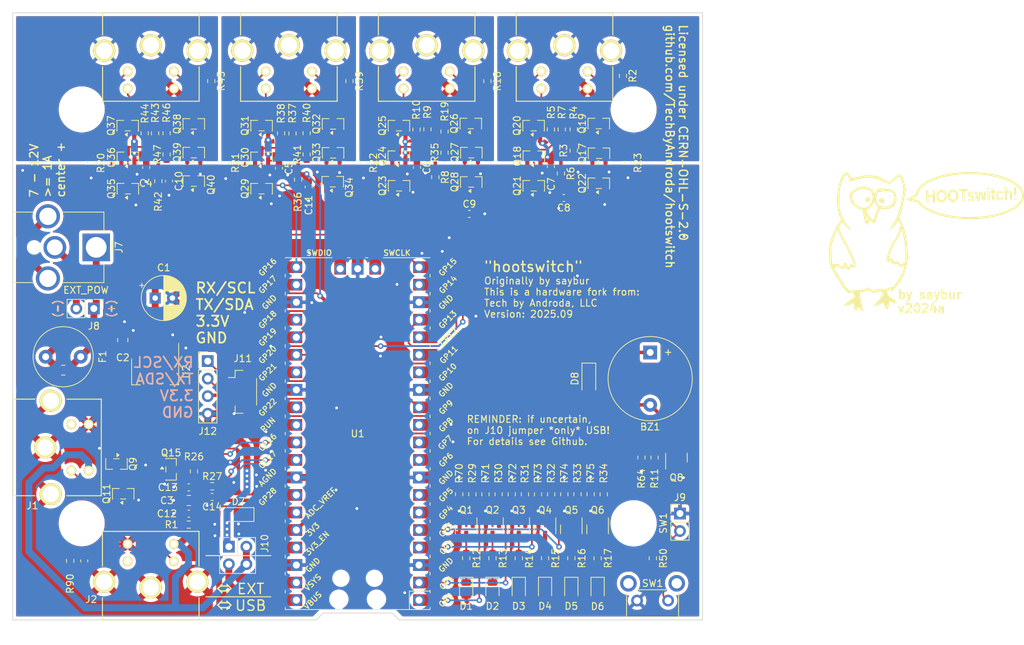
<source format=kicad_pcb>
(kicad_pcb (version 20241229) (generator "pcbnew") (generator_version "9.0")
  (layers (0 "F.Cu" signal) (2 "B.Cu" signal) (13 "F.Paste" user) (15 "B.Paste" user) (5 "F.SilkS" user "F.Silkscreen") (7 "B.SilkS" user "B.Silkscreen") (1 "F.Mask" user) (3 "B.Mask" user) (25 "Edge.Cuts" user))
  (net 0 "")
  (net 1 "+5V")
  (net 2 "GND")
  (net 3 "Net-(BZ1-+)")
  (net 4 "Net-(D7-A)")
  (net 5 "Net-(U2-VI)")
  (net 6 "Net-(D1-K)")
  (net 7 "/A_DI")
  (net 8 "Net-(D2-K)")
  (net 9 "Net-(D3-K)")
  (net 10 "Net-(D4-K)")
  (net 11 "Net-(D5-K)")
  (net 12 "Net-(D6-K)")
  (net 13 "Net-(D7-K)")
  (net 14 "Net-(J8-Pin_1)")
  (net 15 "Net-(J1-Pad5)")
  (net 18 "Net-(J8-Pin_2)")
  (net 19 "Net-(J10-Pin_3)")
  (net 20 "Net-(J11-Pin_2)")
  (net 21 "Net-(J11-Pin_1)")
  (net 22 "Net-(J13-Pad5)")
  (net 24 "ADB4_GND")
  (net 25 "Net-(J14-Pad5)")
  (net 26 "ADB3_GND")
  (net 27 "ADB2_GND")
  (net 28 "Net-(J15-Pad5)")
  (net 29 "ADB1_GND")
  (net 30 "Net-(J16-Pad5)")
  (net 31 "Net-(Q1-C)")
  (net 32 "Net-(Q1-B)")
  (net 33 "Net-(Q2-C)")
  (net 34 "Net-(Q2-B)")
  (net 35 "Net-(Q3-B)")
  (net 36 "Net-(Q3-C)")
  (net 37 "Net-(Q4-C)")
  (net 38 "Net-(Q4-B)")
  (net 39 "Net-(Q5-B)")
  (net 40 "Net-(Q5-C)")
  (net 41 "Net-(Q6-B)")
  (net 42 "Net-(Q6-C)")
  (net 43 "Net-(Q8-B)")
  (net 44 "Net-(Q17-D)")
  (net 45 "/A_DO")
  (net 46 "+3.3V")
  (net 47 "/LED1")
  (net 48 "/LED2")
  (net 49 "/LED3")
  (net 50 "/LED4")
  (net 51 "/LED5")
  (net 52 "/LED6")
  (net 53 "Net-(Q17-G)")
  (net 54 "Net-(Q18-D)")
  (net 55 "Net-(Q23-G)")
  (net 56 "Net-(Q26-G)")
  (net 57 "Net-(Q27-G)")
  (net 58 "Net-(Q29-G)")
  (net 59 "Net-(Q32-G)")
  (net 60 "Net-(Q33-G)")
  (net 61 "Net-(Q35-G)")
  (net 62 "/BUZZER")
  (net 63 "Net-(Q38-G)")
  (net 64 "Net-(Q39-G)")
  (net 70 "/SWITCH")
  (net 71 "/C1_DO")
  (net 72 "/C1_PSW")
  (net 73 "/C1_DI")
  (net 74 "/C2_DO")
  (net 75 "/C2_PSW")
  (net 76 "/C2_DI")
  (net 77 "/C3_DO")
  (net 78 "/C3_PSW")
  (net 79 "/C3_DI")
  (net 80 "/C4_DO")
  (net 81 "/C4_PSW")
  (net 82 "/C4_DI")
  (net 93 "ADB4_VDD")
  (net 94 "Net-(Q18-G)")
  (net 95 "ADB4_PWR_FLAG")
  (net 96 "ADB3_VDD")
  (net 97 "Net-(Q24-G)")
  (net 98 "ADB3_PWR_FLAG")
  (net 99 "ADB2_PWR_FLAG")
  (net 100 "Net-(Q30-G)")
  (net 101 "ADB2_VDD")
  (net 102 "ADB1_PWR_FLAG")
  (net 103 "ADB1_VDD")
  (net 104 "Net-(Q36-G)")
  (net 105 "ADB_HOST_DAT")
  (net 106 "Net-(Q11-D)")
  (footprint "Resistor_SMD:R_0603_1608Metric" (layer "F.Cu") (at 138.01 76.905 -90)
    (property "Reference" "R5")
    (property "Value" "4.7k")
  )
  (footprint "Resistor_SMD:R_0603_1608Metric" (layer "F.Cu") (at 108.81 69.895 -90)
    (property "Reference" "R39")
    (property "Value" "33")
  )
  (footprint "Resistor_SMD:R_0603_1608Metric" (layer "F.Cu") (at 71.35 81.765 -90)
    (property "Reference" "R20")
    (property "Value" "10k")
  )
  (footprint "Package_TO_SOT_SMD:SOT-23" (layer "F.Cu") (at 144.96 84.7075 90)
    (property "Reference" "Q22")
    (property "Value" "2N7002")
  )
  (footprint "Resistor_SMD:R_0603_1608Metric" (layer "F.Cu") (at 120.11 76.885 90)
    (property "Reference" "R9")
    (property "Value" "4.7k")
  )
  (footprint "Resistor_SMD:R_0603_1608Metric" (layer "F.Cu") (at 125.73 139.065 90)
    (property "Reference" "R12")
    (property "Value" "1K")
  )
  (footprint "Resistor_SMD:R_0603_1608Metric" (layer "F.Cu") (at 79.13 77.46 -90)
    (property "Reference" "R44")
    (property "Value" "4.7k")
  )
  (footprint "Package_TO_SOT_SMD:SOT-23" (layer "F.Cu") (at 126.46 84.5175 90)
    (property "Reference" "Q28")
    (property "Value" "2N7002")
  )
  (footprint "Resistor_SMD:R_0603_1608Metric" (layer "F.Cu") (at 82.3 77.455 -90)
    (property "Reference" "R46")
    (property "Value" "10k")
  )
  (footprint "LED_SMD:LED_0805_2012Metric" (layer "F.Cu") (at 133.35 143.51 -90)
    (property "Reference" "D3")
    (property "Value" "LED")
  )
  (footprint "Resistor_SMD:R_0603_1608Metric" (layer "F.Cu") (at 118.52 76.905 -90)
    (property "Reference" "R10")
    (property "Value" "4.7k")
  )
  (footprint "Package_TO_SOT_SMD:SOT-23" (layer "F.Cu") (at 135.5 76.3475 90)
    (property "Reference" "Q20")
    (property "Value" "2N7002")
  )
  (footprint "Package_TO_SOT_SMD:SOT-23" (layer "F.Cu") (at 116 85.0675 90)
    (property "Reference" "Q23")
    (property "Value" "2N7002")
  )
  (footprint "Resistor_SMD:R_0603_1608Metric" (layer "F.Cu") (at 132.334 129.794 -90)
    (property "Reference" "R72")
    (property "Value" "10K")
  )
  (footprint "Resistor_SMD:R_0603_1608Metric" (layer "F.Cu") (at 137.16 139.065 90)
    (property "Reference" "R15")
    (property "Value" "1K")
  )
  (footprint "Capacitor_SMD:C_0603_1608Metric" (layer "F.Cu") (at 85.525 128.79 180)
    (property "Reference" "C13")
    (property "Value" "100nF")
  )
  (footprint "Capacitor_SMD:C_0603_1608Metric" (layer "F.Cu") (at 98.59 82.525 -90)
    (property "Reference" "C5")
    (property "Value" "10n")
  )
  (footprint "Resistor_SMD:R_0603_1608Metric" (layer "F.Cu") (at 136.144 129.794 -90)
    (property "Reference" "R73")
    (property "Value" "10K")
  )
  (footprint "Resistor_SMD:R_0603_1608Metric" (layer "F.Cu") (at 68.326 139.446 -90)
    (property "Reference" "R90")
    (property "Value" "33")
  )
  (footprint "hootswitch:hootswitch" (layer "F.Cu") (at 192.06 93.07)
    (property "Reference" "G***" (hide yes))
    (property "Value" "LOGO" (hide yes))
  )
  (footprint "Inductor_SMD:L_0603_1608Metric" (layer "F.Cu") (at 70.358 139.446 -90)
    (property "Reference" "L1" (hide yes))
    (property "Value" "DNP")
  )
  (footprint "Resistor_SMD:R_0603_1608Metric" (layer "F.Cu") (at 148.45 69.135 -90)
    (property "Reference" "R2")
    (property "Value" "33")
  )
  (footprint "Fuse:Fuse_0805_2012Metric" (layer "F.Cu") (at 67.3175 111.8 180)
    (property "Reference" "F2" (hide yes))
    (property "Value" "500mA")
  )
  (footprint "Package_TO_SOT_SMD:SOT-23" (layer "F.Cu") (at 126.48 80.2625 90)
    (property "Reference" "Q27")
    (property "Value" "2N7002")
  )
  (footprint "Package_TO_SOT_SMD:SOT-23" (layer "F.Cu") (at 96.07 85.4875 90)
    (property "Reference" "Q29")
    (property "Value" "2N7002")
  )
  (footprint "Capacitor_THT:CP_Radial_D6.3mm_P2.50mm" (layer "F.Cu") (at 80.645 101.346)
    (property "Reference" "C1")
    (property "Value" "100uF")
  )
  (footprint "Resistor_SMD:R_0603_1608Metric" (layer "F.Cu") (at 90.84 81.745 -90)
    (property "Reference" "R21")
    (property "Value" "10k")
  )
  (footprint "Resistor_SMD:R_0603_1608Metric" (layer "F.Cu") (at 139.46 83.285 -90)
    (property "Reference" "R6")
    (property "Value" "1k")
  )
  (footprint "Package_TO_SOT_SMD:SOT-23" (layer "F.Cu") (at 76.69 80.9525 90)
    (property "Reference" "Q36")
    (property "Value" "2N7002")
  )
  (footprint "Package_TO_SOT_SMD:SOT-23" (layer "F.Cu") (at 75.04 125.4025 -90)
    (property "Reference" "Q9")
    (property "Value" "2N7002")
  )
  (footprint "Capacitor_SMD:C_0603_1608Metric" (layer "F.Cu") (at 139.885 86.84 180)
    (property "Reference" "C8")
    (property "Value" "100N")
  )
  (footprint "MountingHole:MountingHole_2.7mm_M2.5" (layer "F.Cu") (at 70 74)
    (property "Reference" "H2" (hide yes))
    (property "Value" "M")
  )
  (footprint "Package_TO_SOT_SMD:SOT-23" (layer "F.Cu") (at 156.21 124.46 90)
    (property "Reference" "Q8")
    (property "Value" "MMBT3904")
  )
  (footprint "Package_TO_SOT_SMD:SOT-23" (layer "F.Cu") (at 133.35 134.874 -90)
    (property "Reference" "Q3")
    (property "Value" "MMBT3904")
  )
  (footprint "Resistor_SMD:R_0603_1608Metric" (layer "F.Cu") (at 122.59 80.275 -90)
    (property "Reference" "R35")
    (property "Value" "10k")
  )
  (footprint "Resistor_SMD:R_0603_1608Metric" (layer "F.Cu") (at 129.54 139.065 90)
    (property "Reference" "R13")
    (property "Value" "1K")
  )
  (footprint "Resistor_SMD:R_0603_1608Metric" (layer "F.Cu") (at 128.524 129.794 -90)
    (property "Reference" "R71")
    (property "Value" "10K")
  )
  (footprint "Resistor_SMD:R_0603_1608Metric" (layer "F.Cu") (at 102.6 80.53 -90)
    (property "Reference" "R41")
    (property "Value" "10k")
  )
  (footprint "Resistor_SMD:R_0603_1608Metric" (layer "F.Cu") (at 134.239 129.794 90)
    (property "Reference" "R31")
    (property "Value" "2K2")
  )
  (footprint "hootswitch:5749181-1" (layer "F.Cu") (at 60 123 90)
    (property "Reference" "J1")
    (property "Value" "Mini-DIN-4-G")
  )
  (footprint "Package_TO_SOT_SMD:SOT-23" (layer "F.Cu") (at 125.73 134.874 -90)
    (property "Reference" "Q1")
    (property "Value" "MMBT3904")
  )
  (footprint "Package_TO_SOT_SMD:SOT-23" (layer "F.Cu") (at 82.9525 126.18)
    (property "Reference" "Q15")
    (property "Value" "2N7002")
  )
  (footprint "Button_Switch_THT:SW_SPST_Omron_B3F-315x_Angled" (layer "F.Cu") (at 155 145.2 180)
    (property "Reference" "SW1")
    (property "Value" "Switch1")
  )
  (footprint "Capacitor_SMD:C_0603_1608Metric" (layer "F.Cu") (at 79.35 82.435 -90)
    (property "Reference" "C4")
    (property "Value" "10n")
  )
  (footprint "hootswitch:5749181-1" (layer "F.Cu") (at 139.98 59.99)
    (property "Reference" "J13" (hide yes))
    (property "Value" "Mini-DIN-4-G")
  )
  (footprint "LED_SMD:LED_0805_2012Metric" (layer "F.Cu") (at 140.97 143.51 -90)
    (property "Reference" "D5")
    (property "Value" "LED")
  )
  (footprint "Package_TO_SOT_SMD:SOT-23" (layer "F.Cu") (at 96.07 76.3475 90)
    (property "Reference" "Q31")
    (property "Value" "2N7002")
  )
  (footprint "Connector_PinHeader_2.54mm:PinHeader_1x02_P2.54mm_Vertical" (layer "F.Cu") (at 156.718 132.583)
    (property "Reference" "J9")
    (property "Value" "SW1")
  )
  (footprint "Resistor_SMD:R_0603_1608Metric" (layer "F.Cu") (at 80.64 77.46 90)
    (property "Reference" "R43")
    (property "Value" "4.7k")
  )
  (footprint "hootswitch:5749181-1" (layer "F.Cu") (at 80.02 59.99)
    (property "Reference" "J16" (hide yes))
    (property "Value" "Mini-DIN-4-G")
  )
  (footprint "LED_SMD:LED_0805_2012Metric" (layer "F.Cu") (at 125.73 143.51 -90)
    (property "Reference" "D1")
    (property "Value" "LED")
  )
  (footprint "Resistor_SMD:R_0603_1608Metric" (layer "F.Cu") (at 126.619 129.794 90)
    (property "Reference" "R29")
    (property "Value" "2K2")
  )
  (footprint "Package_TO_SOT_SMD:SOT-23" (layer "F.Cu") (at 135.52 85.0675 90)
    (property "Reference" "Q21")
    (property "Value" "2N7002")
  )
  (footprint "Connector_BarrelJack:BarrelJack_CUI_PJ-063AH_Horizontal_CircularHoles" (layer "F.Cu") (at 72.1 94 -90)
    (property "Reference" "J7")
    (property "Value" "Barrel_Jack_MountingPin")
  )
  (footprint "Resistor_SMD:R_0603_1608Metric" (layer "F.Cu") (at 81.1 84.4 -90)
    (property "Reference" "R42")
    (property "Value" "1k")
  )
  (footprint "Resistor_SMD:R_0603_1608Metric" (layer "F.Cu") (at 82.3 80.53 -90)
    (property "Reference" "R47")
    (property "Value" "10k")
  )
  (footprint "Capacitor_SMD:C_0603_1608Metric" (layer "F.Cu") (at 85.525 132.6 180)
    (property "Reference" "C12")
    (property "Value" "100nF")
  )
  (footprint "Resistor_SMD:R_0603_1608Metric" (layer "F.Cu") (at 153.035 124.46 -90)
    (property "Reference" "R11")
    (property "Value" "1K")
  )
  (footprint "Package_TO_SOT_SMD:SOT-23" (layer "F.Cu") (at 76.69 85.4925 90)
    (property "Reference" "Q35")
    (property "Value" "2N7002")
  )
  (footprint "MCU_RaspberryPi_and_Boards:RPi_Pico_SMD_TH" (layer "F.Cu") (at 110 121 180)
    (property "Reference" "U1")
    (property "Value" "Pico")
  )
  (footprint "Package_TO_SOT_SMD:SOT-223-3_TabPin2" (layer "F.Cu") (at 80.645 112.014 -90)
    (property "Reference" "U2")
    (property "Value" "LM1117-5.0")
  )
  (footprint "Resistor_SMD:R_0603_1608Metric" (layer "F.Cu") (at 151.13 124.46 -90)
    (property "Reference" "R64")
    (property "Value" "10K")
  )
  (footprint "Buzzer_Beeper:Buzzer_12x9.5RM7.6" (layer "F.Cu") (at 152.4 109.23 -90)
    (property "Reference" "BZ1")
    (property "Value" "Buzzer")
  )
  (footprint "Resistor_SMD:R_0603_1608Metric" (layer "F.Cu") (at 102.6 77.455 -90)
    (property "Reference" "R40")
    (property "Value" "10k")
  )
  (footprint "Resistor_SMD:R_0603_1608Metric" (layer "F.Cu") (at 88.915 128.63)
    (property "Reference" "R27")
    (property "Value" "1k")
  )
  (footprint "Capacitor_SMD:C_0603_1608Metric" (layer "F.Cu") (at 88.9 130.175 180)
    (property "Reference" "C14")
    (property "Value" "100nF")
  )
  (footprint "Resistor_SMD:R_0603_1608Metric" (layer "F.Cu") (at 85.515 134.19 180)
    (property "Reference" "R1")
    (property "Value" "470")
  )
  (footprint "Package_TO_SOT_SMD:SOT-23" (layer "F.Cu") (at 137.16 134.874 -90)
    (property "Reference" "Q4")
    (property "Value" "MMBT3904")
  )
  (footprint "Package_TO_SOT_SMD:SOT-23" (layer "F.Cu") (at 144.95 76.0425 90)
    (property "Reference" "Q19")
    (property "Value" "2N7002")
  )
  (footprint "Resistor_SMD:R_0603_1608Metric" (layer "F.Cu") (at 121.25 83.825 -90)
    (property "Reference" "R8")
    (property "Value" "1k")
  )
  (footprint "Connector_PinHeader_2.54mm:PinHeader_1x04_P2.54mm_Vertical" (layer "F.Cu") (at 88.265 110.49)
    (property "Reference" "J12")
    (property "Value" "TWI")
  )
  (footprint "Capacitor_SMD:C_0603_1608Metric" (layer "F.Cu") (at 126.19 89.15)
    (property "Reference" "C9")
    (property "Value" "100N")
  )
  (footprint "Package_TO_SOT_SMD:SOT-23" (layer "F.Cu") (at 106.38 84.4725 90)
    (property "Reference" "Q34")
    (property "Value" "2N7002")
  )
  (footprint "Package_TO_SOT_SMD:SOT-23" (layer "F.Cu") (at 106.43 80.2975 90)
    (property "Reference" "Q33")
    (property "Value" "2N7002")
  )
  (footprint "Resistor_SMD:R_0603_1608Metric" (layer "F.Cu") (at 100.55 77.495 90)
    (property "Reference" "R37")
    (property "Value" "4.7k")
  )
  (footprint "Package_TO_SOT_SMD:SOT-23" (layer "F.Cu") (at 96.07 80.9525 90)
    (property "Reference" "Q30")
    (property "Value" "2N7002")
  )
  (footprint "Resistor_SMD:R_0603_1608Metric" (layer "F.Cu") (at 128.8 69.91 -90)
    (property "Reference" "R18")
    (property "Value" "33")
  )
  (footprint "Resistor_SMD:R_0603_1608Metric" (layer "F.Cu") (at 138.049 129.794 90)
    (property "Reference" "R32")
    (property "Value" "2K2")
  )
  (footprint "Package_TO_SOT_SMD:SOT-23" (layer "F.Cu") (at 86.24 76.1025 90)
    (property "Reference" "Q38")
    (property "Value" "2N7002")
  )
  (footprint "Resistor_SMD:R_0603_1608Metric" (layer "F.Cu") (at 101.37 84.185 -90)
    (property "Reference" "R36")
    (property "Value" "1k")
  )
  (footprint "MountingHole:MountingHole_2.7mm_M2.5" (layer "F.Cu") (at 150 74)
    (property "Reference" "H4" (hide yes))
    (property "Value" "M")
  )
  (footprint "Resistor_SMD:R_0603_1608Metric" (layer "F.Cu") (at 141.32 76.895 -90)
    (property "Reference" "R4")
    (property "Value" "10k")
  )
  (footprint "Capacitor_SMD:C_0603_1608Metric" (layer "F.Cu") (at 138 82.305 -90)
    (property "Reference" "C7")
    (property "Value" "10n")
  )
  (footprint "hootswitch:5749181-1" (layer "F.Cu") (at 100.03 59.99)
    (property "Reference" "J15" (hide yes))
    (property "Value" "Mini-DIN-4-G")
  )
  (footprint "Package_TO_SOT_SMD:SOT-23" (layer "F.Cu") (at 115.97 80.7725 90)
    (property "Reference" "Q24")
    (property "Value" "2N7002")
  )
  (footprint "Resistor_SMD:R_0603_1608Metric" (layer "F.Cu") (at 152.781 139.065 -90)
    (property "Reference" "R50")
    (property "Value" "4K7")
  )
  (footprint "Package_TO_SOT_SMD:SOT-23" (layer "F.Cu") (at 76.01 129.7125 90)
    (property "Reference" "Q11")
    (property "Value" "2N7002")
  )
  (footprint "Resistor_SMD:R_0603_1608Metric" (layer "F.Cu") (at 140.97 139.065 90)
    (property "Reference" "R16")
    (property "Value" "1K")
  )
  (footprint "Package_TO_SOT_SMD:SOT-23" (layer "F.Cu") (at 86.24 80.2575 90)
    (property "Reference" "Q39")
    (property "Value" "2N7002")
  )
  (footprint "Resistor_SMD:R_0603_1608Metric" (layer "F.Cu") (at 133.35 139.065 90)
    (property "Reference" "R14")
    (property "Value" "1K")
  )
  (footprint "Resistor_SMD:R_0603_1608Metric" (layer "F.Cu") (at 139.58 76.905 90)
    (property "Reference" "R7")
    (property "Value" "4.7k")
  )
  (footprint "Package_TO_SOT_SMD:SOT-23" (layer "F.Cu") (at 86.24 84.3875 90)
    (property "Reference" "Q40")
    (property "Value" "2N7002")
  )
  (footprint "hootswitch:5749181-1" (layer "F.Cu") (at 120 59.99)
    (property "Reference" "J14" (hide yes))
    (property "Value" "Mini-DIN-4-G")
  )
  (footprint "Fuse:Fuse_Littelfuse_372_D8.50mm" (layer "F.Cu") (at 64.77 109.855)
    (property "Reference" "F1")
    (property "Value" "500mA")
  )
  (footprint "Connector_JST:JST_SH_BM04B-SRSS-TB_1x04-1MP_P1.00mm_Vertical" (layer "F.Cu") (at 93.345 114.935 -90)
    (property "Reference" "J11")
    (property "Value" "TWI")
  )
  (footprint "Resistor_SMD:R_0603_1608Metric" (layer "F.Cu") (at 88.78 69.895 -90)
    (property "Reference" "R45")
    (property "Value" "33")
  )
  (footprint "Capacitor_SMD:C_0603_1608Metric" (layer "F.Cu") (at 118.58 82.425 -90)
    (property "Reference" "C6")
    (property "Value" "10n")
  )
  (footprint "Resistor_SMD:R_0603_1608Metric" (layer "F.Cu") (at 141.32 79.98 -90)
    (property "Reference" "R3")
    (property "Value" "10k")
  )
  (footprint "Package_TO_SOT_SMD:SOT-23" (layer "F.Cu") (at 106.43 76.1025 90)
    (property "Reference" "Q32")
    (property "Value" "2N7002")
  )
  (footprint "Diode_SMD:D_SOD-123" (layer "F.Cu") (at 92.71 132.73 180)
    (property "Reference" "D7")
    (property "Value" "type=\"D\" model=\"B5819W\" lib=\"\"")
  )
  (footprint "MountingHole:MountingHole_2.7mm_M2.5" (layer "F.Cu") (at 150 134)
    (property "Reference" "H3" (hide yes))
    (property "Value" "M")
  )
  (footprint "Package_TO_SOT_SMD:SOT-23" (layer "F.Cu") (at 129.54 134.874 -90)
    (property "Reference" "Q2")
    (property "Value" "MMBT3904")
  )
  (footprint "Resistor_SMD:R_0603_1608Metric" (layer "F.Cu") (at 143.764 129.794 -90)
    (property "Reference" "R75")
    (property "Value" "10K")
  )
  (footprint "Resistor_SMD:R_0603_1608Metric" (layer "F.Cu") (at 124.714 129.794 -90)
    (property "Reference" "R70")
    (property "Value" "10K")
  )
  (footprint "hootswitch:5749181-1" (layer "F.Cu") (at 80 148 180)
    (property "Reference" "J2")
    (property "Value" "Mini-DIN-4-G")
  )
  (footprint "Resistor_SMD:R_0603_1608Metric" (layer "F.Cu") (at 110.85 81.745 -90)
    (property "Reference" "R22")
    (property "Value" "10k")
  )
  (footprint "MountingHole:MountingHole_2.7mm_M2.5" (layer "F.Cu") (at 70 134)
    (property "Reference" "H1" (hide yes))
    (property "Value" "M")
  )
  (footprint "Capacitor_SMD:C_0603_1608Metric" (layer "F.Cu") (at 102.9 85.245 -90)
    (property "Reference" "C11")
    (property "Value" "100N")
  )
  (footprint "Capacitor_SMD:C_0805_2012Metric" (layer "F.Cu") (at 75.946 107.442 90)
    (property "Reference" "C2")
    (property "Value" "10uF")
  )
  (footprint "Resistor_SMD:R_0603_1608Metric" (layer "F.Cu") (at 144.78 139.065 90)
    (property "Reference" "R17")
    (property "Value" "1K")
  )
  (footprint "Package_TO_SOT_SMD:SOT-23" (layer "F.Cu") (at 126.4 76.0425 90)
    (property "Reference" "Q26")
    (property "Value" "2N7002")
  )
  (footprint "Diode_SMD:D_SOD-123" (layer "F.Cu") (at 143.51 113.03 -90)
    (property "Reference" "D8")
    (property "Value" "B5819W")
  )
  (footprint "Resistor_SMD:R_0603_1608Metric" (layer "F.Cu") (at 130.429 129.794 90)
    (property "Reference" "R30")
    (property "Value" "2K2")
  )
  (footprint "Package_TO_SOT_SMD:SOT-23" (layer "F.Cu") (at 144.78 134.874 -90)
    (property "Reference" "Q6")
    (property "Value" "MMBT3904")
  )
  (footprint "Resistor_SMD:R_0603_1608Metric" (layer "F.Cu") (at 141.859 129.794 90)
    (property "Reference" "R33")
    (property "Value" "2K2")
  )
  (footprint "Package_TO_SOT_SMD:SOT-23" (layer "F.Cu") (at 135.54 80.7725 90)
    (property "Reference" "Q18")
    (property "Value" "2N7002")
  )
  (footprint "Package_TO_SOT_SMD:SOT-23" (layer "F.Cu") (at 115.98 76.3475 90)
    (property "Reference" "Q25")
    (property "Value" "2N7002")
  )
  (footprint "Resistor_SMD:R_0603_1608Metric" (layer "F.Cu") (at 98.89 77.475 -90)
    (property "Reference" "R38")
    (property "Value" "4.7k")
  )
  (footprint "Connector_PinHeader_2.54mm:PinHeader_2x02_P2.54mm_Vertical" (layer "F.Cu") (at 91.325 137.389)
    (property "Reference" "J10")
    (property "Value" "POWSEL")
  )
  (footprint "Package_TO_SOT_SMD:SOT-23" (layer "F.Cu") (at 144.98 80.3475 90)
    (property "Reference" "Q17")
    (property "Value" "2N7002")
  )
  (footprint "Connector_PinHeader_2.54mm:PinHeader_1x02_P2.54mm_Vertical" (layer "F.Cu") (at 71.755 102.87 -90)
    (property "Reference" "J8")
    (property "Value" "EXT_POW")
  )
  (footprint "Resistor_SMD:R_0603_1608Metric" (layer "F.Cu") (at 122.59 77.215 -90)
    (property "Reference" "R19")
    (property "Value" "10k")
  )
  (footprint "Resistor_SMD:R_0603_1608Metric" (layer "F.Cu") (at 139.954 129.794 -90)
    (property "Reference" "R74")
    (property "Value" "10K")
  )
  (footprint "Package_TO_SOT_SMD:SOT-23" (layer "F.Cu") (at 76.66 76.3475 90)
    (property "Reference" "Q37")
    (property "Value" "2N7002")
  )
  (footprint "Capacitor_SMD:C_0603_1608Metric" (layer "F.Cu") (at 82.65 84.395 -90)
    (property "Reference" "C10")
    (property "Value" "100N")
  )
  (footprint "Resistor_SMD:R_0603_1608Metric" (layer "F.Cu") (at 145.669 129.794 90)
    (property "Reference" "R34")
    (property "Value" "2K2")
  )
  (footprint "LED_SMD:LED_0805_2012Metric" (layer "F.Cu") (at 129.54 143.51 -90)
    (property "Reference" "D2")
    (property "Value" "LED")
  )
  (footprint "Resistor_SMD:R_0603_1608Metric" (layer "F.Cu") (at 86.27 126.475 90)
    (property "Reference" "R26")
    (property "Value" "10k")
  )
  (footprint "Resistor_SMD:R_0603_1608Metric" (layer "F.Cu") (at 149.18 81.745 -90)
    (property "Reference" "R23")
    (property "Value" "10k")
  )
  (footprint "Package_TO_SOT_SMD:SOT-23" (layer "F.Cu") (at 140.97 134.874 -90)
    (property "Reference" "Q5")
    (property "Value" "MMBT3904")
  )
  (footprint "LED_SMD:LED_0805_2012Metric" (layer "F.Cu") (at 137.16 143.51 -90)
    (property "Reference" "D4")
    (property "Value" "LED")
  )
  (footprint "Capacitor_SMD:C_0805_2012Metric" (layer "F.Cu") (at 85.525 130.695 180)
    (property "Reference" "C3")
    (property "Value" "10uF")
  )
  (footprint "LED_SMD:LED_0805_2012Metric" (layer "F.Cu") (at 144.78 143.51 -90)
    (property "Reference" "D6")
    (property "Value" "LED")
  )
  (gr_line (start 88.011 138.684) (end 97.409 138.684) (stroke (width 0.15)) (layer "F.SilkS"))
  (gr_line (start 88.011 144.653) (end 97.409 144.653) (stroke (width 0.15)) (layer "F.SilkS"))
  (gr_line (start 160 60) (end 60 60) (stroke (width 0.1)) (layer "Edge.Cuts"))
  (gr_line (start 60 148) (end 104 148) (stroke (width 0.1)) (layer "Edge.Cuts"))
  (gr_line (start 60 60) (end 60 148) (stroke (width 0.1)) (layer "Edge.Cuts"))
  (gr_line (start 115 147) (end 116 148) (stroke (width 0.1)) (layer "Edge.Cuts"))
  (gr_line (start 116 148) (end 160 148) (stroke (width 0.1)) (layer "Edge.Cuts"))
  (gr_line (start 104 148) (end 105 147) (stroke (width 0.1)) (layer "Edge.Cuts"))
  (gr_line (start 105 147) (end 115 147) (stroke (width 0.1)) (layer "Edge.Cuts"))
  (gr_line (start 160 60) (end 160 148) (stroke (width 0.1)) (layer "Edge.Cuts"))
  (gr_text "7 - 12V\n>= 1A\ncenter +" (at 65.024 86.868 90) (layer "F.SilkS") (effects (font (size 1.2 1.2) (thickness 0.2)) (justify left)))
  (gr_text "{dblquote}hootswitch{dblquote}" (at 128.22 97.68 0) (layer "F.SilkS") (effects (font (size 1.5 1.5) (thickness 0.22)) (justify left bottom)))
  (gr_text "REMINDER: if uncertain,\non J10 jumper *only* USB!\nFor details see Github." (at 125.73 120.523 0) (layer "F.SilkS") (effects (font (size 1 1)) (justify left)))
  (gr_text "⇔" (at 90.678 145.669 0) (layer "F.SilkS") (effects (font (size 2.5 2.5) (thickness 0.2))))
  (gr_text "USB" (at 94.488 145.923 0) (layer "F.SilkS") (effects (font (size 1.5 1.5) (thickness 0.2))))
  (gr_text "(+)" (at 74.295 102.87 90) (layer "F.SilkS") (effects (font (size 1 1))))
  (gr_text "by saybur\nv2024a" (at 188.162085 101.858698 0) (layer "F.SilkS") (effects (font (size 1.25 1.25) (thickness 0.25)) (justify left)))
  (gr_text "RX/SCL\nTX/SDA\n3.3V\nGND" (at 86.36 103.505 0) (layer "F.SilkS") (effects (font (size 1.5 1.5) (thickness 0.25)) (justify left)))
  (gr_text "⇔" (at 90.678 143.256 0) (layer "F.SilkS") (effects (font (size 2.5 2.5) (thickness 0.2))))
  (gr_text "Licensed under CERN-OHL-S-2.0\ngithub.com/TechByAndroda/hootswitch" (at 156.21 61.595 270) (layer "F.SilkS") (effects (font (size 1.2 1.2) (thickness 0.2)) (justify left)))
  (gr_text "(-)" (at 66.421 102.87 90) (layer "F.SilkS") (effects (font (size 1 1))))
  (gr_text "EXT" (at 94.488 143.51 0) (layer "F.SilkS") (effects (font (size 1.5 1.5) (thickness 0.2))))
  (gr_text "Originally by saybur\nThis is a hardware fork from:\nTech by Androda, LLC\nVersion: 2025.09" (at 128.24 104.26 0) (layer "F.SilkS") (effects (font (size 1 1)) (justify left bottom)))
  (gr_text "(+)" (at 74.168 102.87 90) (layer "B.SilkS") (effects (font (size 1 1)) (justify mirror)))
  (gr_text "(-)" (at 66.548 102.87 90) (layer "B.SilkS") (effects (font (size 1 1)) (justify mirror)))
  (gr_text "RX/SCL\nTX/SDA\n3.3V\nGND" (at 86.36 114.3 0) (layer "B.SilkS") (effects (font (size 1.5 1.5) (thickness 0.25)) (justify left mirror)))
  (segment (start 61.549999 93.050001) (end 61.549999 94.949999) (width 1) (layer "F.Cu") (net 0))
  (segment (start 65.1 89.5) (end 61.549999 93.050001) (width 1) (layer "F.Cu") (net 0))
  (segment (start 61.549999 94.949999) (end 65.1 98.5) (width 1) (layer "F.Cu") (net 0))
  (segment (start 83.4 136.95) (end 83.35 137) (width 1) (layer "F.Cu") (net 1))
  (segment (start 83.33 136.98) (end 83.35 137) (width 0.5) (layer "F.Cu") (net 1))
  (segment (start 83.325 136.975) (end 83.35 137) (width 0.5) (layer "F.Cu") (net 1))
  (segment (start 86.3 128.79) (end 86.3 134.88) (width 1) (layer "F.Cu") (net 1))
  (segment (start 86.3 128.79) (end 86.3 127.33) (width 0.25) (layer "F.Cu") (net 1))
  (segment (start 86.3 127.33) (end 86.27 127.3) (width 0.25) (layer "F.Cu") (net 1))
  (segment (start 93.865 137.389) (end 93.865 139.929) (width 1) (layer "F.Cu") (net 1))
  (segment (start 84.23 136.95) (end 83.4 136.95) (width 1) (layer "F.Cu") (net 1))
  (segment (start 86.3 134.88) (end 84.23 136.95) (width 1) (layer "F.Cu") (net 1))
  (segment (start 82.45 146.23) (end 83.58 146.23) (width 1) (layer "B.Cu") (net 1))
  (segment (start 64.52 125.96) (end 62.34 128.14) (width 1) (layer "B.Cu") (net 1))
  (segment (start 65.84 125.96) (end 64.52 125.96) (width 1) (layer "B.Cu") (net 1))
  (segment (start 83.58 141.82) (end 85.47 139.93) (width 1) (layer "B.Cu") (net 1))
  (segment (start 71 125.14) (end 69.94 124.08) (width 1) (layer "B.Cu") (net 1))
  (segment (start 62.34 138.09) (end 70.48 146.23) (width 1) (layer "B.Cu") (net 1))
  (segment (start 70.48 146.23) (end 82.45 146.23) (width 1) (layer "B.Cu") (net 1))
  (segment (start 85.47 139.93) (end 85.47 138.32) (width 1) (layer "B.Cu") (net 1))
  (segment (start 85.47 138.32) (end 84.15 137) (width 1) (layer "B.Cu") (net 1))
  (segment (start 83.58 146.23) (end 83.58 141.82) (width 1) (layer "B.Cu") (net 1))
  (segment (start 84.15 137) (end 83.35 137) (width 1) (layer "B.Cu") (net 1))
  (segment (start 71 126.35) (end 71 125.14) (width 1) (layer "B.Cu") (net 1))
  (segment (start 82.45 146.23) (end 87.564 146.23) (width 1) (layer "B.Cu") (net 1))
  (segment (start 87.564 146.23) (end 93.865 139.929) (width 1) (layer "B.Cu") (net 1))
  (segment (start 69.94 124.08) (end 67.72 124.08) (width 1) (layer "B.Cu") (net 1))
  (segment (start 67.72 124.08) (end 65.84 125.96) (width 1) (layer "B.Cu") (net 1))
  (segment (start 62.34 128.14) (end 62.34 138.09) (width 1) (layer "B.Cu") (net 1))
  (segment (start 132.334 128.969) (end 132.334 127.254) (width 0.5) (layer "F.Cu") (net 2))
  (segment (start 94.62 129.84) (end 95.15 129.31) (width 0.25) (layer "F.Cu") (net 2))
  (segment (start 92.04 128.83) (end 92.94 129.73) (width 0.25) (layer "F.Cu") (net 2))
  (segment (start 97.4 108.32) (end 103.01 108.32) (width 0.25) (layer "F.Cu") (net 2))
  (segment (start 101.11 127.35) (end 103.16 127.35) (width 1) (layer "F.Cu") (net 2))
  (segment (start 75.946 105.029) (end 76.2 104.775) (width 0.5) (layer "F.Cu") (net 2))
  (segment (start 118.015 86.005) (end 118.02 86.01) (width 0.25) (layer "F.Cu") (net 2))
  (segment (start 157.16 127.315) (end 157.226 127.381) (width 0.5) (layer "F.Cu") (net 2))
  (segment (start 139.954 128.969) (end 139.954 127.254) (width 0.5) (layer "F.Cu") (net 2))
  (segment (start 103.16 127.35) (end 103.22 127.41) (width 1) (layer "F.Cu") (net 2))
  (segment (start 92.81 127.5) (end 92.81 126.32) (width 0.25) (layer "F.Cu") (net 2))
  (segment (start 92.02 116.435) (end 92.02 118.055) (width 0.5) (layer "F.Cu") (net 2))
  (segment (start 103.01 108.32) (end 103.04 108.29) (width 0.25) (layer "F.Cu") (net 2))
  (segment (start 92.48 127.64) (end 92.67 127.64) (width 0.25) (layer "F.Cu") (net 2))
  (segment (start 92.02 131.53) (end 90.21 131.53) (width 0.25) (layer "F.Cu") (net 2))
  (segment (start 92.44 124.55) (end 92.44 124.53) (width 0.25) (layer "F.Cu") (net 2))
  (segment (start 92.02 118.055) (end 92.075 118.11) (width 0.5) (layer "F.Cu") (net 2))
  (segment (start 91.55 125.15) (end 91.84 125.15) (width 0.25) (layer "F.Cu") (net 2))
  (segment (start 82.945 108.864) (end 82.945 106.92) (width 0.5) (layer "F.Cu") (net 2))
  (segment (start 151.13 125.285) (end 151.13 126.492) (width 0.25) (layer "F.Cu") (net 2))
  (segment (start 97.02 86.425) (end 97.02 87.22) (width 0.5) (layer "F.Cu") (net 2))
  (segment (start 93.05 129.84) (end 94.54 129.84) (width 0.25) (layer "F.Cu") (net 2))
  (segment (start 73.6 123.15) (end 73.66 123.21) (width 0.25) (layer "F.Cu") (net 2))
  (segment (start 75.946 106.492) (end 77.023 106.492) (width 0.5) (layer "F.Cu") (net 2))
  (segment (start 87.19 85.325) (end 87.19 81.195) (width 0.5) (layer "F.Cu") (net 2))
  (segment (start 139.88 83.25) (end 140.261 83.631) (width 0.25) (layer "F.Cu") (net 2))
  (segment (start 77.64 86.43) (end 77.64 87.64) (width 0.5) (layer "F.Cu") (net 2))
  (segment (start 97.05 127.35) (end 97.03 127.37) (width 1) (layer "F.Cu") (net 2))
  (segment (start 72.57 123.12) (end 73.57 123.12) (width 0.25) (layer "F.Cu") (net 2))
  (segment (start 136.21 133.9365) (end 136.21 132.273) (width 0.5) (layer "F.Cu") (net 2))
  (segment (start 97.71 118.46) (end 97.64 118.53) (width 0.25) (layer "F.Cu") (net 2))
  (segment (start 92.04 128.08) (end 92.04 128.83) (width 0.25) (layer "F.Cu") (net 2))
  (segment (start 128.59 132.273) (end 128.524 132.207) (width 0.5) (layer "F.Cu") (net 2))
  (segment (start 103.16 127.35) (end 103.16 118.99) (width 0.25) (layer "F.Cu") (net 2))
  (segment (start 92.72 132.23) (end 92.31 131.82) (width 0.25) (layer "F.Cu") (net 2))
  (segment (start 73.66 123.21) (end 77.02 123.21) (width 0.25) (layer "F.Cu") (net 2))
  (segment (start 72.8415 138.6585) (end 74.5 137) (width 0.5) (layer "F.Cu") (net 2))
  (segment (start 143.83 132.273) (end 143.764 132.207) (width 0.5) (layer "F.Cu") (net 2))
  (segment (start 83.334 124.604) (end 83.45 124.72) (width 0.25) (layer "F.Cu") (net 2))
  (segment (start 73.57 123.12) (end 73.6 123.15) (width 0.25) (layer "F.Cu") (net 2))
  (segment (start 143.764 128.969) (end 143.764 127.254) (width 0.5) (layer "F.Cu") (net 2))
  (segment (start 94.54 129.84) (end 94.62 129.84) (width 0.25) (layer "F.Cu") (net 2))
  (segment (start 74.5 137) (end 76.65 137) (width 0.5) (layer "F.Cu") (net 2))
  (segment (start 88.125 130.175) (end 88.125 131.385) (width 0.5) (layer "F.Cu") (net 2))
  (segment (start 136.144 128.969) (end 136.144 127.254) (width 0.5) (layer "F.Cu") (net 2))
  (segment (start 91.84 125.15) (end 92.44 124.55) (width 0.25) (layer "F.Cu") (net 2))
  (segment (start 124.78 133.9365) (end 124.78 132.273) (width 0.5) (layer "F.Cu") (net 2))
  (segment (start 82.945 108.864) (end 84.811 108.864) (width 0.5) (layer "F.Cu") (net 2))
  (segment (start 92.44 124.53) (end 92.66 124.31) (width 0.25) (layer "F.Cu") (net 2))
  (segment (start 88.125 131.385) (end 88.15 131.41) (width 0.5) (layer "F.Cu") (net 2))
  (segment (start 82.945 106.92) (end 83.185 106.68) (width 0.5) (layer "F.Cu") (net 2))
  (segment (start 92.94 129.73) (end 93.05 129.84) (width 0.25) (layer "F.Cu") (net 2))
  (segment (start 107.38 85.36) (end 107.33 85.41) (width 0.25) (layer "F.Cu") (net 2))
  (segment (start 77.64 87.64) (end 77.85 87.85) (width 0.5) (layer "F.Cu") (net 2))
  (segment (start 75.946 106.492) (end 75.946 105.029) (width 0.5) (layer "F.Cu") (net 2))
  (segment (start 128.524 128.969) (end 128.524 127.254) (width 0.5) (layer "F.Cu") (net 2))
  (segment (start 124.78 132.273) (end 124.714 132.207) (width 0.5) (layer "F.Cu") (net 2))
  (segment (start 83.45 124.72) (end 89.79 124.72) (width 0.25) (layer "F.Cu") (net 2))
  (segment (start 136.21 132.273) (end 136.144 132.207) (width 0.5) (layer "F.Cu") (net 2))
  (segment (start 107.38 83.16) (end 107.38 85.36) (width 0.25) (layer "F.Cu") (net 2))
  (segment (start 138 83.08) (end 138.17 83.25) (width 0.25) (layer "F.Cu") (net 2))
  (segment (start 116.95 86.005) (end 118.015 86.005) (width 0.25) (layer "F.Cu") (net 2))
  (segment (start 92.31 131.82) (end 92.02 131.53) (width 0.25) (layer "F.Cu") (net 2))
  (segment (start 140.02 132.273) (end 139.954 132.207) (width 0.5) (layer "F.Cu") (net 2))
  (segment (start 92.67 127.64) (end 92.81 127.5) (width 0.25) (layer "F.Cu") (net 2))
  (segment (start 84.811 108.864) (end 85.09 108.585) (width 0.5) (layer "F.Cu") (net 2))
  (segment (start 138.17 83.25) (end 139.88 83.25) (width 0.25) (layer "F.Cu") (net 2))
  (segment (start 70.358 138.6585) (end 72.8415 138.6585) (width 0.5) (layer "F.Cu") (net 2))
  (segment (start 92.66 123.62) (end 92.2 123.16) (width 0.25) (layer "F.Cu") (net 2))
  (segment (start 140.02 133.9365) (end 140.02 132.273) (width 0.5) (layer "F.Cu") (net 2))
  (segment (start 77.023 106.492) (end 77.47 106.045) (width 0.5) (layer "F.Cu") (net 2))
  (segment (start 157.16 125.3975) (end 157.16 127.315) (width 0.5) (layer "F.Cu") (net 2))
  (segment (start 92.66 124.31) (end 92.66 123.62) (width 0.25) (layer "F.Cu") (net 2))
  (segment (start 80.206 124.604) (end 83.334 124.604) (width 0.25) (layer "F.Cu") (net 2))
  (segment (start 87.19 81.195) (end 87.19 83.38) (width 0.25) (layer "F.Cu") (net 2))
  (segment (start 128.59 133.9365) (end 128.59 132.273) (width 0.5) (layer "F.Cu") (net 2))
  (segment (start 132.4 133.9365) (end 132.4 132.273) (width 0.5) (layer "F.Cu") (net 2))
  (segment (start 67.33 112.94) (end 67.33 110.65) (width 0.25) (layer "F.Cu") (net 2))
  (segment (start 92.04 128.08) (end 92.48 127.64) (width 0.25) (layer "F.Cu") (net 2))
  (segment (start 97.02 87.22) (end 97.48 87.68) (width 0.5) (layer "F.Cu") (net 2))
  (segment (start 140.261 83.631) (end 140.261 84.809) (width 0.25) (layer "F.Cu") (net 2))
  (segment (start 143.83 133.9365) (end 143.83 132.273) (width 0.5) (layer "F.Cu") (net 2))
  (segment (start 92.72 134.09) (end 92.72 132.23) (width 0.25) (layer "F.Cu") (net 2))
  (segment (start 127.43 81.2) (end 127.43 82.26) (width 0.25) (layer "F.Cu") (net 2))
  (segment (start 107.38 81.235) (end 107.38 83.16) (width 0.25) (layer "F.Cu") (net 2))
  (segment (start 102.63 118.46) (end 97.71 118.46) (width 0.25) (layer "F.Cu") (net 2))
  (segment (start 70.358 138.6585) (end 68.3635 138.6585) (width 0.5) (layer "F.Cu") (net 2))
  (segment (start 68.3635 138.6585) (end 68.326 138.621) (width 0.5) (layer "F.Cu") (net 2))
  (segment (start 103.16 118.99) (end 102.63 118.46) (width 0.25) (layer "F.Cu") (net 2))
  (segment (start 92.2 123.16) (end 90.46 123.16) (width 0.25) (layer "F.Cu") (net 2))
  (segment (start 140.261 84.809) (end 139.8 85.27) (width 0.25) (layer "F.Cu") (net 2))
  (segment (start 79.26 125.55) (end 80.206 124.604) (width 0.25) (layer "F.Cu") (net 2))
  (segment (start 124.714 128.969) (end 124.714 127.254) (width 0.5) (layer "F.Cu") (net 2))
  (segment (start 127.43 82.26) (end 127.42 82.27) (width 0.25) (layer "F.Cu") (net 2))
  (segment (start 101.11 127.35) (end 97.05 127.35) (width 1) (layer "F.Cu") (net 2))
  (segment (start 87.19 83.38) (end 87.19 85.325) (width 0.25) (layer "F.Cu") (net 2))
  (segment (start 132.4 132.273) (end 132.334 132.207) (width 0.5) (layer "F.Cu") (net 2))
  (via (at 97.27 83.51) (size 0.8) (drill 0.4) (layers "F.Cu" "B.Cu") (net 2))
  (via (at 113.31 109.76) (size 0.8) (drill 0.4) (layers "F.Cu" "B.Cu") (net 2))
  (via (at 128.524 127.254) (size 0.8) (drill 0.4) (layers "F.Cu" "B.Cu") (net 2))
  (via (at 106.94 117.27) (size 0.8) (drill 0.4) (layers "F.Cu" "B.Cu") (net 2))
  (via (at 97.48 87.68) (size 0.8) (drill 0.4) (layers "F.Cu" "B.Cu") (net 2))
  (via (at 110.84 83.95) (size 0.8) (drill 0.4) (layers "F.Cu" "B.Cu") (net 2))
  (via (at 107.38 83.16) (size 0.8) (drill 0.4) (layers "F.Cu" "B.Cu") (net 2))
  (via (at 95.32 126.98) (size 0.8) (drill 0.4) (layers "F.Cu" "B.Cu") (net 2))
  (via (at 71.37 83.94) (size 0.8) (drill 0.4) (layers "F.Cu" "B.Cu") (net 2))
  (via (at 124.714 127.254) (size 0.8) (drill 0.4) (layers "F.Cu" "B.Cu") (net 2))
  (via (at 116.82 144.06) (size 0.8) (drill 0.4) (layers "F.Cu" "B.Cu") (net 2))
  (via (at 139.954 132.207) (size 0.8) (drill 0.4) (layers "F.Cu" "B.Cu") (net 2))
  (via (at 83.32 132.57) (size 0.8) (drill 0.4) (layers "F.Cu" "B.Cu") (net 2))
  (via (at 123.27 92.6) (size 0.8) (drill 0.4) (layers "F.Cu" "B.Cu") (net 2))
  (via (at 89.32 135.8) (size 0.8) (drill 0.4) (layers "F.Cu" "B.Cu") (net 2))
  (via (at 136.75 83.23) (size 0.8) (drill 0.4) (layers "F.Cu" "B.Cu") (net 2))
  (via (at 91.55 125.15) (size 0.8) (drill 0.4) (layers "F.Cu" "B.Cu") (net 2))
  (via (at 83.32 128.76) (size 0.8) (drill 0.4) (layers "F.Cu" "B.Cu") (net 2))
  (via (at 117.2 83.36) (size 0.8) (drill 0.4) (layers "F.Cu" "B.Cu") (net 2))
  (via (at 90.87 84.03) (size 0.8) (drill 0.4) (layers "F.Cu" "B.Cu") (net 2))
  (via (at 119.82 83.23) (size 0.8) (drill 0.4) (layers "F.Cu" "B.Cu") (net 2))
  (via (at 77.85 87.85) (size 0.8) (drill 0.4) (layers "F.Cu" "B.Cu") (net 2))
  (via (at 93.63 103.43) (size 0.8) (drill 0.4) (layers "F.Cu" "B.Cu") (net 2))
  (via (at 95.35 128.64) (size 0.8) (drill 0.4) (layers "F.Cu" "B.Cu") (net 2))
  (via (at 78.02 83.4) (size 0.8) (drill 0.4) (layers "F.Cu" "B.Cu") (net 2))
  (via (at 113.38 107) (size 0.8) (drill 0.4) (layers "F.Cu" "B.Cu") (net 2))
  (via (at 141.85 98.12) (size 0.8) (drill 0.4) (layers "F.Cu" "B.Cu") (net 2))
  (via (at 82.65 86.44) (size 0.8) (drill 0.4) (layers "F.Cu" "B.Cu") (net 2))
  (via (at 92.77 135.55) (size 0.8) (drill 0.4) (layers "F.Cu" "B.Cu") (net 2))
  (via (at 72.57 123.12) (size 0.8) (drill 0.4) (layers "F.Cu" "B.Cu") (net 2))
  (via (at 61.44 82.84) (size 0.8) (drill 0.4) (layers "F.Cu" "B.Cu") (net 2))
  (via (at 149.18 83.91) (size 0.8) (drill 0.4) (layers "F.Cu" "B.Cu") (net 2))
  (via (at 92.075 118.11) (size 0.8) (drill 0.4) (layers "F.Cu" "B.Cu") (net 2))
  (via (at 88.15 131.41) (size 0.8) (drill 0.4) (layers "F.Cu" "B.Cu") (net 2))
  (via (at 123.54 119.67) (size 0.8) (drill 0.4) (layers "F.Cu" "B.Cu") (net 2))
  (via (at 97.4 108.32) (size 0.8) (drill 0.4) (layers "F.Cu" "B.Cu") (net 2))
  (via (at 102.95 94.76) (size 0.8) (drill 0.4) (layers "F.Cu" "B.Cu") (net 2))
  (via (at 128.524 132.207) (size 0.8) (drill 0.4) (layers "F.Cu" "B.Cu") (net 2))
  (via (at 143.764 132.207) (size 0.8) (drill 0.4) (layers "F.Cu" "B.Cu") (net 2))
  (via (at 104.15 83.08) (size 0.8) (drill 0.4) (layers "F.Cu" "B.Cu") (net 2))
  (via (at 109.88 131.86) (size 0.8) (drill 0.4) (layers "F.Cu" "B.Cu") (net 2))
  (via (at 136.144 132.207) (size 0.8) (drill 0.4) (layers "F.Cu" "B.Cu") (net 2))
  (via (at 87.19 83.38) (size 0.8) (drill 0.4) (layers "F.Cu" "B.Cu") (net 2))
  (via (at 127.14 103.97) (size 0.8) (drill 0.4) (layers "F.Cu" "B.Cu") (net 2))
  (via (at 119.32 94.86) (size 0.8) (drill 0.4) (layers "F.Cu" "B.Cu") (net 2))
  (via (at 99.85 83.52) (size 0.8) (drill 0.4) (layers "F.Cu" "B.Cu") (net 2))
  (via (at 77.47 106.045) (size 0.8) (drill 0.4) (layers "F.Cu" "B.Cu") (net 2))
  (via (at 139.14 88.33) (size 0.8) (drill 0.4) (layers "F.Cu" "B.Cu") (net 2))
  (via (at 136.144 127.254) (size 0.8) (drill 0.4) (layers "F.Cu" "B.Cu") (net 2))
  (via (at 98.69 86.54) (size 0.8) (drill 0.4) (layers "F.Cu" "B.Cu") (net 2))
  (via (at 92.04 128.08) (size 0.8) (drill 0.4) (layers "F.Cu" "B.Cu") (net 2))
  (via (at 143.764 127.254) (size 0.8) (drill 0.4) (layers "F.Cu" "B.Cu") (net 2))
  (via (at 83.185 106.68) (size 0.8) (drill 0.4) (layers "F.Cu" "B.Cu") (net 2))
  (via (at 79.32 84.47) (size 0.8) (drill 0.4) (layers "F.Cu" "B.Cu") (net 2))
  (via (at 137.85 86.06) (size 0.8) (drill 0.4) (layers "F.Cu" "B.Cu") (net 2))
  (via (at 118.02 86.01) (size 0.8) (drill 0.4) (layers "F.Cu" "B.Cu") (net 2))
  (via (at 157.226 127.381) (size 0.8) (drill 0.4) (layers "F.Cu" "B.Cu") (net 2))
  (via (at 115.7 99.37) (size 0.8) (drill 0.4) (layers "F.Cu" "B.Cu") (net 2))
  (via (at 127.8 83.33) (size 0.8) (drill 0.4) (layers "F.Cu" "B.Cu") (net 2))
  (via (at 128.42 89.14) (size 0.8) (drill 0.4) (layers "F.Cu" "B.Cu") (net 2))
  (via (at 139.954 127.254) (size 0.8) (drill 0.4) (layers "F.Cu" "B.Cu") (net 2))
  (via (at 102.9 87.25) (size 0.8) (drill 0.4) (layers "F.Cu" "B.Cu") (net 2))
  (via (at 96.65 126.3) (size 0.8) (drill 0.4) (layers "F.Cu" "B.Cu") (net 2))
  (via (at 157.31 92.41) (size 0.8) (drill 0.4) (layers "F.Cu" "B.Cu") (net 2))
  (via (at 122.26 94.58) (size 0.8) (drill 0.4) (layers "F.Cu" "B.Cu") (net 2))
  (via (at 146.44 83.07) (size 0.8) (drill 0.4) (layers "F.Cu" "B.Cu") (net 2))
  (via (at 85.09 108.585) (size 0.8) (drill 0.4) (layers "F.Cu" "B.Cu") (net 2))
  (via (at 97.46 123.57) (size 0.8) (drill 0.4) (layers "F.Cu" "B.Cu") (net 2))
  (via (at 151.13 126.492) (size 0.8) (drill 0.4) (layers "F.Cu" "B.Cu") (net 2))
  (via (at 103.35 102.01) (size 0.8) (drill 0.4) (layers "F.Cu" "B.Cu") (net 2))
  (via (at 78.24 130.63) (size 0.8) (drill 0.4) (layers "F.Cu" "B.Cu") (net 2))
  (via (at 132.334 132.207) (size 0.8) (drill 0.4) (layers "F.Cu" "B.Cu") (net 2))
  (via (at 92.72 134.09) (size 0.8) (drill 0.4) (layers "F.Cu" "B.Cu") (net 2))
  (via (at 83.32 130.665) (size 0.8) (drill 0.4) (layers "F.Cu" "B.Cu") (net 2))
  (via (at 145.81 87.79) (size 0.8) (drill 0.4) (layers "F.Cu" "B.Cu") (net 2))
  (via (at 96.71 120.72) (size 0.8) (drill 0.4) (layers "F.Cu" "B.Cu") (net 2))
  (via (at 76.2 104.775) (size 0.8) (drill 0.4) (layers "F.Cu" "B.Cu") (net 2))
  (via (at 91.28 146.24) (size 0.8) (drill 0.4) (layers "F.Cu" "B.Cu") (net 2))
  (via (at 123.82 122.19) (size 0.8) (drill 0.4) (layers "F.Cu" "B.Cu") (net 2))
  (via (at 132.334 127.254) (size 0.8) (drill 0.4) (layers "F.Cu" "B.Cu") (net 2))
  (via (at 141.94 83.1) (size 0.8) (drill 0.4) (layers "F.Cu" "B.Cu") (net 2))
  (via (at 89.29 134.14) (size 0.8) (drill 0.4) (layers "F.Cu" "B.Cu") (net 2))
  (via (at 79.26 125.55) (size 0.8) (drill 0.4) (layers "F.Cu" "B.Cu") (net 2))
  (via (at 124.714 132.207) (size 0.8) (drill 0.4) (layers "F.Cu" "B.Cu") (net 2))
  (via (at 82.01 128.31) (size 0.8) (drill 0.4) (layers "F.Cu" "B.Cu") (net 2))
  (via (at 106.86 129.17) (size 0.8) (drill 0.4) (layers "F.Cu" "B.Cu") (net 2))
  (segment (start 91.55 125.15) (end 91.95 125.15) (width 0.25) (layer "B.Cu") (net 2))
  (segment (start 94.31 125.39) (end 95.66 125.39) (width 0.25) (layer "B.Cu") (net 2))
  (segment (start 93.47 125.59) (end 93.67 125.39) (width 0.25) (layer "B.Cu") (net 2))
  (segment (start 93.53 123.57) (end 97.46 123.57) (width 0.25) (layer "B.Cu") (net 2))
  (segment (start 91.95 125.15) (end 93.53 123.57) (width 0.25) (layer "B.Cu") (net 2))
  (segment (start 92.6 127.38) (end 92.78 127.2) (width 0.25) (layer "B.Cu") (net 2))
  (segment (start 93.67 125.39) (end 94.31 125.39) (width 0.25) (layer "B.Cu") (net 2))
  (segment (start 92.78 127.2) (end 92.78 126.51) (width 0.25) (layer "B.Cu") (net 2))
  (segment (start 92.78 126.28) (end 93.47 125.59) (width 0.25) (layer "B.Cu") (net 2))
  (segment (start 92.04 128.08) (end 92.04 127.94) (width 0.25) (layer "B.Cu") (net 2))
  (segment (start 92.78 126.51) (end 92.78 126.28) (width 0.25) (layer "B.Cu") (net 2))
  (segment (start 95.66 125.39) (end 96.13 125.86) (width 0.25) (layer "B.Cu") (net 2))
  (segment (start 92.04 127.94) (end 92.6 127.38) (width 0.25) (layer "B.Cu") (net 2))
  (segment (start 152.4 116.83) (end 144.77 116.83) (width 0.5) (layer "F.Cu") (net 3))
  (segment (start 143.51 115.57) (end 143.51 114.68) (width 0.5) (layer "F.Cu") (net 3))
  (segment (start 156.21 120.64) (end 152.4 116.83) (width 0.5) (layer "F.Cu") (net 3))
  (segment (start 144.77 116.83) (end 143.51 115.57) (width 0.5) (layer "F.Cu") (net 3))
  (segment (start 156.21 123.5225) (end 156.21 120.64) (width 0.5) (layer "F.Cu") (net 3))
  (segment (start 91.06 133.95) (end 91.06 134.83) (width 1) (layer "F.Cu") (net 4))
  (segment (start 80.645 117.475) (end 85.19 122.02) (width 1) (layer "F.Cu") (net 4))
  (segment (start 93.95 122.95) (end 93.95 128.85) (width 1) (layer "F.Cu") (net 4))
  (segment (start 91.06 133.096) (end 91.06 133.95) (width 1) (layer "F.Cu") (net 4))
  (segment (start 93.02 122.02) (end 93.88 122.88) (width 1) (layer "F.Cu") (net 4))
  (segment (start 85.19 122.02) (end 90.13 122.02) (width 1) (layer "F.Cu") (net 4))
  (segment (start 80.645 115.164) (end 80.645 117.475) (width 1) (layer "F.Cu") (net 4))
  (segment (start 90.13 122.02) (end 93.02 122.02) (width 1) (layer "F.Cu") (net 4))
  (segment (start 91.06 135.69) (end 91.06 137.124) (width 1) (layer "F.Cu") (net 4))
  (segment (start 91.06 137.124) (end 91.325 137.389) (width 1) (layer "F.Cu") (net 4))
  (segment (start 93.88 122.88) (end 93.95 122.95) (width 1) (layer "F.Cu") (net 4))
  (segment (start 91.06 134.83) (end 91.06 135.69) (width 1) (layer "F.Cu") (net 4))
  (via (at 93.95 127.9) (size 0.8) (drill 0.4) (layers "F.Cu" "B.Cu") (net 4))
  (via (at 91.06 134.83) (size 0.8) (drill 0.4) (layers "F.Cu" "B.Cu") (net 4))
  (via (at 91.06 133.95) (size 0.8) (drill 0.4) (layers "F.Cu" "B.Cu") (net 4))
  (via (at 91.06 135.69) (size 0.8) (drill 0.4) (layers "F.Cu" "B.Cu") (net 4))
  (via (at 93.95 126.39) (size 0.8) (drill 0.4) (layers "F.Cu" "B.Cu") (net 4))
  (via (at 93.95 127.12) (size 0.8) (drill 0.4) (layers "F.Cu" "B.Cu") (net 4))
  (via (at 93.95 128.7) (size 0.8) (drill 0.4) (layers "F.Cu" "B.Cu") (net 4))
  (segment (start 91.05 132.7) (end 91.05 132.25) (width 1) (layer "B.Cu") (net 4))
  (segment (start 93.95 128.7) (end 93.95 127.9) (width 1) (layer "B.Cu") (net 4))
  (segment (start 93.95 129.35) (end 93.95 128.7) (width 1) (layer "B.Cu") (net 4))
  (segment (start 91.05 132.25) (end 93.95 129.35) (width 1) (layer "B.Cu") (net 4))
  (segment (start 93.95 127.9) (end 93.95 127.12) (width 1) (layer "B.Cu") (net 4))
  (segment (start 93.95 127.12) (end 93.95 126.39) (width 1) (layer "B.Cu") (net 4))
  (segment (start 93.95 126.39) (end 93.95 126.36) (width 1) (layer "B.Cu") (net 4))
  (segment (start 91.12 137.01) (end 91.05 136.94) (width 1) (layer "B.Cu") (net 4))
  (segment (start 91.325 137.389) (end 91.325 137.215) (width 1) (layer "B.Cu") (net 4))
  (segment (start 91.05 136.94) (end 91.05 132.7) (width 1) (layer "B.Cu") (net 4))
  (segment (start 91.325 137.215) (end 91.12 137.01) (width 1) (layer "B.Cu") (net 4))
  (segment (start 74.5388 108.392) (end 71.313 108.392) (width 1) (layer "F.Cu") (net 5))
  (segment (start 68.255 111.45) (end 69.85 109.855) (width 1) (layer "F.Cu") (net 5))
  (segment (start 75.946 108.392) (end 77.873 108.392) (width 0.5) (layer "F.Cu") (net 5))
  (segment (start 75.946 108.392) (end 74.5388 108.392) (width 0.5) (layer "F.Cu") (net 5))
  (segment (start 71.313 108.392) (end 69.85 109.855) (width 1) (layer "F.Cu") (net 5))
  (segment (start 68.255 111.8) (end 68.255 111.45) (width 1) (layer "F.Cu") (net 5))
  (segment (start 77.873 108.392) (end 78.345 108.864) (width 0.5) (layer "F.Cu") (net 5))
  (segment (start 125.73 139.89) (end 125.73 142.5725) (width 0.25) (layer "F.Cu") (net 6))
  (segment (start 96.678 124.81) (end 96.647 124.841) (width 0.25) (layer "F.Cu") (net 7))
  (segment (start 91.65 126.917) (end 89.937 128.63) (width 0.25) (layer "F.Cu") (net 7))
  (segment (start 101.11 124.81) (end 96.678 124.81) (width 0.25) (layer "F.Cu") (net 7))
  (segment (start 91.65 126.47) (end 91.65 126.917) (width 0.25) (layer "F.Cu") (net 7))
  (segment (start 89.937 128.63) (end 89.74 128.63) (width 0.25) (layer "F.Cu") (net 7))
  (segment (start 87.57 126.46) (end 89.74 128.63) (width 0.25) (layer "F.Cu") (net 7))
  (segment (start 84.17 126.46) (end 87.57 126.46) (width 0.25) (layer "F.Cu") (net 7))
  (segment (start 83.89 126.18) (end 84.17 126.46) (width 0.25) (layer "F.Cu") (net 7))
  (via (at 91.65 126.47) (size 0.8) (drill 0.4) (layers "F.Cu" "B.Cu") (net 7))
  (via (at 96.647 124.841) (size 0.8) (drill 0.4) (layers "F.Cu" "B.Cu") (net 7))
  (segment (start 93.249 124.841) (end 96.647 124.841) (width 0.25) (layer "B.Cu") (net 7))
  (segment (start 91.821 126.269) (end 93.249 124.841) (width 0.25) (layer "B.Cu") (net 7))
  (segment (start 91.821 126.299) (end 91.821 126.269) (width 0.25) (layer "B.Cu") (net 7))
  (segment (start 91.65 126.47) (end 91.821 126.299) (width 0.25) (layer "B.Cu") (net 7))
  (segment (start 129.54 139.89) (end 129.54 142.5725) (width 0.25) (layer "F.Cu") (net 8))
  (segment (start 133.35 142.5725) (end 133.35 139.89) (width 0.25) (layer "F.Cu") (net 9))
  (segment (start 137.16 142.5725) (end 137.16 139.89) (width 0.25) (layer "F.Cu") (net 10))
  (segment (start 140.97 142.5725) (end 140.97 139.89) (width 0.25) (layer "F.Cu") (net 11))
  (segment (start 144.78 142.5725) (end 144.78 139.89) (width 0.25) (layer "F.Cu") (net 12))
  (segment (start 94.36 133.096) (end 94.996 133.096) (width 0.5) (layer "F.Cu") (net 13))
  (segment (start 94.996 133.096) (end 95.885 133.985) (width 0.5) (layer "F.Cu") (net 13))
  (segment (start 101.11 142.59) (end 97.505 142.59) (width 0.5) (layer "F.Cu") (net 13))
  (segment (start 96.52 141.605) (end 96.52 134.62) (width 1) (layer "F.Cu") (net 13))
  (segment (start 97.505 142.59) (end 96.52 141.605) (width 1) (layer "F.Cu") (net 13))
  (segment (start 96.52 134.62) (end 95.885 133.985) (width 1) (layer "F.Cu") (net 13))
  (segment (start 71.755 104.775) (end 69.85 106.68) (width 1) (layer "F.Cu") (net 14))
  (segment (start 72.1 94) (end 72.1 102.525) (width 1) (layer "F.Cu") (net 14))
  (segment (start 64.77 109.855) (end 67.945 106.68) (width 1) (layer "F.Cu") (net 14))
  (segment (start 72.1 102.525) (end 71.755 102.87) (width 1) (layer "F.Cu") (net 14))
  (segment (start 71.755 102.87) (end 71.755 104.775) (width 1) (layer "F.Cu") (net 14))
  (segment (start 66.38 111.465) (end 64.77 109.855) (width 1) (layer "F.Cu") (net 14))
  (segment (start 67.945 106.68) (end 69.85 106.68) (width 1) (layer "F.Cu") (net 14))
  (segment (start 66.38 111.8) (end 66.38 111.465) (width 1) (layer "F.Cu") (net 14))
  (segment (start 69.215 97.115) (end 69.215 102.87) (width 1) (layer "F.Cu") (net 18))
  (segment (start 69.215 97.115) (end 66.1 94) (width 1) (layer "F.Cu") (net 18))
  (segment (start 91.325 139.929) (end 91.325 142.76) (width 1) (layer "F.Cu") (net 19))
  (segment (start 91.325 142.76) (end 93.695 145.13) (width 1) (layer "F.Cu") (net 19))
  (segment (start 93.695 145.13) (end 101.11 145.13) (width 1) (layer "F.Cu") (net 19))
  (segment (start 92.02 114.435) (end 89.67 114.435) (width 0.25) (layer "F.Cu") (net 20))
  (segment (start 102.489 113.3856) (end 103.3526 112.522) (width 0.25) (layer "F.Cu") (net 20))
  (segment (start 103.3526 110.3122) (end 102.6104 109.57) (width 0.25) (layer "F.Cu") (net 20))
  (segment (start 103.3526 112.522) (end 103.3526 110.3122) (width 0.25) (layer "F.Cu") (net 20))
  (segment (start 95.8262 114.435) (end 96.8756 113.3856) (width 0.25) (layer "F.Cu") (net 20))
  (segment (start 92.02 114.435) (end 95.8262 114.435) (width 0.25) (layer "F.Cu") (net 20))
  (segment (start 102.6104 109.57) (end 101.11 109.57) (width 0.25) (layer "F.Cu") (net 20))
  (segment (start 89.67 114.435) (end 88.265 113.03) (width 0.25) (layer "F.Cu") (net 20))
  (segment (start 96.8756 113.3856) (end 102.489 113.3856) (width 0.25) (layer "F.Cu") (net 20))
  (segment (start 96.805 112.11) (end 101.11 112.11) (width 0.25) (layer "F.Cu") (net 21))
  (segment (start 92.02 113.435) (end 90.575 113.435) (width 0.25) (layer "F.Cu") (net 21))
  (segment (start 92.02 113.435) (end 95.48 113.435) (width 0.25) (layer "F.Cu") (net 21))
  (segment (start 90.17 113.03) (end 90.17 112.395) (width 0.25) (layer "F.Cu") (net 21))
  (segment (start 90.17 112.395) (end 88.265 110.49) (width 0.25) (layer "F.Cu") (net 21))
  (segment (start 95.48 113.435) (end 96.805 112.11) (width 0.25) (layer "F.Cu") (net 21))
  (segment (start 90.575 113.435) (end 90.17 113.03) (width 0.25) (layer "F.Cu") (net 21))
  (segment (start 148.45 67.21) (end 148.45 68.31) (width 0.25) (layer "F.Cu") (net 22))
  (segment (start 146.74 65.5) (end 148.45 67.21) (width 0.25) (layer "F.Cu") (net 22))
  (segment (start 140.46 77.56) (end 140.46 74.71) (width 0.25) (layer "F.Cu") (net 24))
  (segment (start 138 81.53) (end 136.67 81.53) (width 0.25) (layer "F.Cu") (net 24))
  (segment (start 140.46 78.074418) (end 140.46 77.56) (width 0.25) (layer "F.Cu") (net 24))
  (segment (start 137.52 80.91) (end 137.624418 80.91) (width 0.25) (layer "F.Cu") (net 24))
  (segment (start 140.46 74.71) (end 140.54 74.63) (width 0.25) (layer "F.Cu") (net 24))
  (segment (start 136.67 81.53) (end 136.49 81.71) (width 0.25) (layer "F.Cu") (net 24))
  (segment (start 136.49 81.71) (end 137.29 80.91) (width 0.25) (layer "F.Cu") (net 24))
  (segment (start 137.624418 80.91) (end 140.46 78.074418) (width 0.25) (layer "F.Cu") (net 24))
  (segment (start 137.29 80.91) (end 137.52 80.91) (width 0.25) (layer "F.Cu") (net 24))
  (via (at 136.8 78.91) (size 0.8) (drill 0.4) (layers "F.Cu" "B.Cu") (net 24))
  (via (at 137.52 80.91) (size 0.8) (drill 0.4) (layers "F.Cu" "B.Cu") (net 24))
  (segment (start 137.52 80.91) (end 137.52 79.63) (width 0.5) (layer "B.Cu") (net 24))
  (segment (start 137.52 79.63) (end 136.8 78.91) (width 0.5) (layer "B.Cu") (net 24))
  (segment (start 128.8 67.54) (end 126.76 65.5) (width 0.25) (layer "F.Cu") (net 25))
  (segment (start 128.8 69.085) (end 128.8 67.54) (width 0.25) (layer "F.Cu") (net 25))
  (segment (start 117.7 81.383999) (end 116.995104 81.383999) (width 0.25) (layer "F.Cu") (net 26))
  (segment (start 117.7 80.63) (end 117.73 80.6) (width 0.25) (layer "F.Cu") (net 26))
  (segment (start 118.213999 81.383999) (end 117.7 81.383999) (width 0.25) (layer "F.Cu") (net 26))
  (segment (start 117.7 81.383999) (end 117.7 80.63) (width 0.25) (layer "F.Cu") (net 26))
  (segment (start 116.93 77.285) (end 116.93 78.64) (width 0.25) (layer "F.Cu") (net 26))
  (segment (start 116.92 80.26) (end 116.92 81.71) (width 0.25) (layer "F.Cu") (net 26))
  (segment (start 118.48 81.65) (end 118.22 81.39) (width 0.25) (layer "F.Cu") (net 26))
  (segment (start 118.22 81.39) (end 118.213999 81.383999) (width 0.25) (layer "F.Cu") (net 26))
  (segment (start 116.93 78.64) (end 116.89 78.68) (width 0.25) (layer "F.Cu") (net 26))
  (segment (start 118.58 81.65) (end 118.48 81.65) (width 0.25) (layer "F.Cu") (net 26))
  (via (at 116.89 78.68) (size 0.8) (drill 0.4) (layers "F.Cu" "B.Cu") (net 26))
  (via (at 116.92 80.26) (size 0.8) (drill 0.4) (layers "F.Cu" "B.Cu") (net 26))
  (segment (start 116.92 80.26) (end 116.92 78.71) (width 0.5) (layer "B.Cu") (net 26))
  (segment (start 116.92 78.71) (end 116.89 78.68) (width 0.5) (layer "B.Cu") (net 26))
  (segment (start 101.55 78.97) (end 101.55 75.76) (width 0.25) (layer "F.Cu") (net 27))
  (segment (start 98.21 81.44) (end 97.76 81.44) (width 0.25) (layer "F.Cu") (net 27))
  (segment (start 100.98 79.54) (end 101.55 78.97) (width 0.25) (layer "F.Cu") (net 27))
  (segment (start 98.28 81.44) (end 98.21 81.44) (width 0.25) (layer "F.Cu") (net 27))
  (segment (start 97.065735 81.44) (end 97.064483 81.438748) (width 0.25) (layer "F.Cu") (net 27))
  (segment (start 97.76 81.44) (end 97.065735 81.44) (width 0.25) (layer "F.Cu") (net 27))
  (segment (start 100.08 80.44) (end 100.98 79.54) (width 0.25) (layer "F.Cu") (net 27))
  (segment (start 97.75 80.44) (end 100.08 80.44) (width 0.25) (layer "F.Cu") (net 27))
  (segment (start 97.02 81.89) (end 97.02 80.45) (width 0.25) (layer "F.Cu") (net 27))
  (segment (start 97.03 80.44) (end 97.75 80.44) (width 0.25) (layer "F.Cu") (net 27))
  (segment (start 97.76 80.45) (end 97.75 80.44) (width 0.25) (layer "F.Cu") (net 27))
  (segment (start 97.02 78.43) (end 97.03 78.44) (width 0.25) (layer "F.Cu") (net 27))
  (segment (start 98.59 81.75) (end 98.28 81.44) (width 0.25) (layer "F.Cu") (net 27))
  (segment (start 97.76 81.44) (end 97.76 80.45) (width 0.25) (layer "F.Cu") (net 27))
  (segment (start 97.02 80.45) (end 97.03 80.44) (width 0.25) (layer "F.Cu") (net 27))
  (segment (start 97.02 77.285) (end 97.02 78.43) (width 0.25) (layer "F.Cu") (net 27))
  (via (at 97.03 78.44) (size 0.8) (drill 0.4) (layers "F.Cu" "B.Cu") (net 27))
  (via (at 97.03 80.44) (size 0.8) (drill 0.4) (layers "F.Cu" "B.Cu") (net 27))
  (segment (start 97.03 80.44) (end 97.03 78.44) (width 1) (layer "B.Cu") (net 27))
  (segment (start 108.81 67.52) (end 108.81 69.07) (width 0.25) (layer "F.Cu") (net 28))
  (segment (start 106.79 65.5) (end 108.81 67.52) (width 0.25) (layer "F.Cu") (net 28))
  (segment (start 79.1 81.37) (end 78.54 81.37) (width 0.25) (layer "F.Cu") (net 29))
  (segment (start 79.35 81.66) (end 79.35 81.62) (width 0.25) (layer "F.Cu") (net 29))
  (segment (start 80.02 80.37) (end 81.47 78.92) (width 0.25) (layer "F.Cu") (net 29))
  (segment (start 78.44 80.37) (end 80.02 80.37) (width 0.25) (layer "F.Cu") (net 29))
  (segment (start 79.35 81.62) (end 79.1 81.37) (width 0.25) (layer "F.Cu") (net 29))
  (segment (start 78.41 81.37) (end 78.41 80.4) (width 0.25) (layer "F.Cu") (net 29))
  (segment (start 78.54 81.37) (end 78.41 81.37) (width 0.25) (layer "F.Cu") (net 29))
  (segment (start 78.41 80.4) (end 78.44 80.37) (width 0.25) (layer "F.Cu") (net 29))
  (segment (start 77.64 80.37) (end 78.44 80.37) (width 0.25) (layer "F.Cu") (net 29))
  (segment (start 81.47 72.89) (end 83.37 70.99) (width 0.25) (layer "F.Cu") (net 29))
  (segment (start 81.47 78.92) (end 81.47 72.89) (width 0.25) (layer "F.Cu") (net 29))
  (segment (start 77.64 81.89) (end 77.64 80.37) (width 0.5) (layer "F.Cu") (net 29))
  (segment (start 77.710493 81.37) (end 77.69827 81.357777) (width 0.25) (layer "F.Cu") (net 29))
  (segment (start 78.41 81.37) (end 77.742772 81.37) (width 0.25) (layer "F.Cu") (net 29))
  (segment (start 77.742772 81.37) (end 77.716715 81.343943) (width 0.25) (layer "F.Cu") (net 29))
  (via (at 77.64 80.37) (size 0.8) (drill 0.4) (layers "F.Cu" "B.Cu") (net 29))
  (via (at 77.61 78.66) (size 0.8) (drill 0.4) (layers "F.Cu" "B.Cu") (net 29))
  (segment (start 77.64 80.37) (end 77.64 78.69) (width 1) (layer "B.Cu") (net 29))
  (segment (start 88.78 67.5) (end 86.78 65.5) (width 0.25) (layer "F.Cu") (net 30))
  (segment (start 88.78 69.07) (end 88.78 67.5) (width 0.25) (layer "F.Cu") (net 30))
  (segment (start 125.73 138.24) (end 125.73 135.8115) (width 0.25) (layer "F.Cu") (net 31))
  (segment (start 126.68 133.9365) (end 126.68 130.68) (width 0.25) (layer "F.Cu") (net 32))
  (segment (start 126.68 130.68) (end 126.619 130.619) (width 0.25) (layer "F.Cu") (net 32))
  (segment (start 124.714 130.619) (end 126.619 130.619) (width 0.25) (layer "F.Cu") (net 32))
  (segment (start 129.54 138.24) (end 129.54 135.8115) (width 0.25) (layer "F.Cu") (net 33))
  (segment (start 128.524 130.619) (end 130.429 130.619) (width 0.25) (layer "F.Cu") (net 34))
  (segment (start 130.49 133.9365) (end 130.49 130.68) (width 0.25) (layer "F.Cu") (net 34))
  (segment (start 130.49 130.68) (end 130.429 130.619) (width 0.25) (layer "F.Cu") (net 34))
  (segment (start 134.3 133.9365) (end 134.3 130.68) (width 0.25) (layer "F.Cu") (net 35))
  (segment (start 132.334 130.619) (end 134.239 130.619) (width 0.25) (layer "F.Cu") (net 35))
  (segment (start 134.3 130.68) (end 134.239 130.619) (width 0.25) (layer "F.Cu") (net 35))
  (segment (start 133.35 138.24) (end 133.35 135.8115) (width 0.25) (layer "F.Cu") (net 36))
  (segment (start 137.16 138.24) (end 137.16 135.8115) (width 0.25) (layer "F.Cu") (net 37))
  (segment (start 138.11 130.68) (end 138.049 130.619) (width 0.25) (layer "F.Cu") (net 38))
  (segment (start 138.11 133.9365) (end 138.11 130.68) (width 0.25) (layer "F.Cu") (net 38))
  (segment (start 136.144 130.619) (end 138.049 130.619) (width 0.25) (layer "F.Cu") (net 38))
  (segment (start 141.92 133.9365) (end 141.92 130.68) (width 0.25) (layer "F.Cu") (net 39))
  (segment (start 141.859 130.619) (end 139.954 130.619) (width 0.25) (layer "F.Cu") (net 39))
  (segment (start 141.92 130.68) (end 141.859 130.619) (width 0.25) (layer "F.Cu") (net 39))
  (segment (start 140.97 138.24) (end 140.97 135.8115) (width 0.25) (layer "F.Cu") (net 40))
  (segment (start 145.669 130.619) (end 143.764 130.619) (width 0.25) (layer "F.Cu") (net 41))
  (segment (start 145.73 133.9365) (end 145.73 130.68) (width 0.25) (layer "F.Cu") (net 41))
  (segment (start 145.73 130.68) (end 145.669 130.619) (width 0.25) (layer "F.Cu") (net 41))
  (segment (start 144.78 138.24) (end 144.78 135.8115) (width 0.25) (layer "F.Cu") (net 42))
  (segment (start 151.13 123.635) (end 153.035 123.635) (width 0.25) (layer "F.Cu") (net 43))
  (segment (start 155.26 125.3975) (end 155.26 124.399) (width 0.25) (layer "F.Cu") (net 43))
  (segment (start 154.496 123.635) (end 153.035 123.635) (width 0.25) (layer "F.Cu") (net 43))
  (segment (start 155.26 124.399) (end 154.496 123.635) (width 0.25) (layer "F.Cu") (net 43))
  (segment (start 143.09 76.07) (end 144 76.98) (width 0.25) (layer "F.Cu") (net 44))
  (segment (start 141.32 76.07) (end 143.09 76.07) (width 0.25) (layer "F.Cu") (net 44))
  (segment (start 144 78.43) (end 144.98 79.41) (width 0.25) (layer "F.Cu") (net 44))
  (segment (start 144 76.98) (end 144 78.43) (width 0.25) (layer "F.Cu") (net 44))
  (segment (start 76.505 123.95) (end 91.51 123.95) (width 0.25) (layer "F.Cu") (net 45))
  (segment (start 75.99 124.465) (end 76.505 123.95) (width 0.25) (layer "F.Cu") (net 45))
  (segment (start 96.647 122.301) (end 101.079 122.301) (width 0.25) (layer "F.Cu") (net 45))
  (segment (start 101.079 122.301) (end 101.11 122.27) (width 0.25) (layer "F.Cu") (net 45))
  (via (at 91.51 123.95) (size 0.8) (drill 0.4) (layers "F.Cu" "B.Cu") (net 45))
  (via (at 96.647 122.301) (size 0.8) (drill 0.4) (layers "F.Cu" "B.Cu") (net 45))
  (segment (start 91.51 123.95) (end 93.159 122.301) (width 0.25) (layer "B.Cu") (net 45))
  (segment (start 93.159 122.301) (end 96.647 122.301) (width 0.25) (layer "B.Cu") (net 45))
  (segment (start 105.66 115.94) (end 105.66 108.43) (width 0.5) (layer "F.Cu") (net 46))
  (segment (start 139.46 80.83) (end 141.135 79.155) (width 0.5) (layer "F.Cu") (net 46))
  (segment (start 82.65 83.62) (end 82.75 83.62) (width 0.25) (layer "F.Cu") (net 46))
  (segment (start 121.88 120.93) (end 133.96 120.93) (width 0.5) (layer "F.Cu") (net 46))
  (segment (start 105.66 120.92) (end 105.66 118.36) (width 0.5) (layer "F.Cu") (net 46))
  (segment (start 125.73 145.3) (end 126.86 146.43) (width 0.5) (layer "F.Cu") (net 46))
  (segment (start 81.1 80.905) (end 82.3 79.705) (width 0.5) (layer "F.Cu") (net 46))
  (segment (start 102.9 84.47) (end 102.64 84.21) (width 0.5) (layer "F.Cu") (net 46))
  (segment (start 105.66 118.36) (end 105.66 115.94) (width 0.5) (layer "F.Cu") (net 46))
  (segment (start 126.41 146.88) (end 126.86 146.43) (width 0.5) (layer "F.Cu") (net 46))
  (segment (start 102.6 79.705) (end 102.6 78.28) (width 0.5) (layer "F.Cu") (net 46))
  (segment (start 146.42 143.83) (end 145.8025 144.4475) (width 0.5) (layer "F.Cu") (net 46))
  (segment (start 81.79 83.62) (end 81.1 82.93) (width 0.5) (layer "F.Cu") (net 46))
  (segment (start 125.73 144.4475) (end 125.73 145.3) (width 0.5) (layer "F.Cu") (net 46))
  (segment (start 105.66 130.42) (end 113.39 130.42) (width 0.5) (layer "F.Cu") (net 46))
  (segment (start 152.781 139.89) (end 148.52 139.89) (width 0.5) (layer "F.Cu") (net 46))
  (segment (start 146.42 141.99) (end 146.42 143.83) (width 0.5) (layer "F.Cu") (net 46))
  (segment (start 81.145 83.62) (end 81.1 83.575) (width 0.5) (layer "F.Cu") (net 46))
  (segment (start 105.66 130.42) (end 105.66 120.92) (width 0.5) (layer "F.Cu") (net 46))
  (segment (start 101.37 83.36) (end 101.79 83.36) (width 0.5) (layer "F.Cu") (net 46))
  (segment (start 113.39 130.42) (end 115.33 132.36) (width 0.5) (layer "F.Cu") (net 46))
  (segment (start 98.775 134.97) (end 101.11 134.97) (width 0.5) (layer "F.Cu") (net 46))
  (segment (start 105.66 108.43) (end 105.66 102.1) (width 0.5) (layer "F.Cu") (net 46))
  (segment (start 92.02 115.435) (end 90.035 115.435) (width 0.5) (layer "F.Cu") (net 46))
  (segment (start 82.3 79.705) (end 82.3 78.28) (width 0.5) (layer "F.Cu") (net 46))
  (segment (start 140.98 99.41) (end 121.95 118.44) (width 0.25) (layer "F.Cu") (net 46))
  (segment (start 101.79 83.36) (end 102.9 84.47) (width 0.5) (layer "F.Cu") (net 46))
  (segment (start 90.17 130.67) (end 94.475 130.67) (width 0.5) (layer "F.Cu") (net 46))
  (segment (start 101.37 83.36) (end 102.61 83.36) (width 0.5) (layer "F.Cu") (net 46))
  (segment (start 102.64 84.21) (end 102.64 83.79) (width 0.5) (layer "F.Cu") (net 46))
  (segment (start 82.65 83.62) (end 81.145 83.62) (width 0.5) (layer "F.Cu") (net 46))
  (segment (start 104.6 101.04) (end 105.66 102.1) (width 0.5) (layer "F.Cu") (net 46))
  (segment (start 140.18 82.46) (end 140.98 83.26) (width 0.25) (layer "F.Cu") (net 46))
  (segment (start 148.52 139.89) (end 146.42 141.99) (width 0.5) (layer "F.Cu") (net 46))
  (segment (start 81.175 83.575) (end 81.1 83.575) (width 0.25) (layer "F.Cu") (net 46))
  (segment (start 105.66 120.92) (end 105.67 120.93) (width 0.5) (layer "F.Cu") (net 46))
  (segment (start 139.46 82.46) (end 139.46 80.83) (width 0.5) (layer "F.Cu") (net 46))
  (segment (start 121.95 118.44) (end 105.74 118.44) (width 0.25) (layer "F.Cu") (net 46))
  (segment (start 115.33 144.51) (end 117.7 146.88) (width 0.5) (layer "F.Cu") (net 46))
  (segment (start 104.55 101.04) (end 104.6 101.04) (width 0.5) (layer "F.Cu") (net 46))
  (segment (start 144.78 144.4475) (end 129.54 144.4475) (width 0.5) (layer "F.Cu") (net 46))
  (segment (start 101.37 83.36) (end 101.37 80.935) (width 0.5) (layer "F.Cu") (net 46))
  (segment (start 105.78 108.31) (end 105.66 108.43) (width 0.25) (layer "F.Cu") (net 46))
  (segment (start 145.8025 144.4475) (end 144.78 144.4475) (width 0.5) (layer "F.Cu") (net 46))
  (segment (start 121.25 83) (end 125.24 86.99) (width 0.25) (layer "F.Cu") (net 46))
  (segment (start 94.475 130.67) (end 98.775 134.97) (width 0.5) (layer "F.Cu") (net 46))
  (segment (start 140.98 83.26) (end 140.98 99.41) (width 0.25) (layer "F.Cu") (net 46))
  (segment (start 105.74 118.44) (end 105.66 118.36) (width 0.25) (layer "F.Cu") (net 46))
  (segment (start 133.96 120.93) (end 143.51 111.38) (width 0.5) (layer "F.Cu") (net 46))
  (segment (start 81.1 83.575) (end 81.1 82.93) (width 0.5) (layer "F.Cu") (net 46))
  (segment (start 82.75 83.62) (end 83.81 84.68) (width 0.25) (layer "F.Cu") (net 46))
  (segment (start 82.65 83.62) (end 81.79 83.62) (width 0.5) (layer "F.Cu") (net 46))
  (segment (start 121.84 120.97) (end 117.61 120.97) (width 0.25) (layer "F.Cu") (net 46))
  (segment (start 92.02 115.435) (end 95.75 115.435) (width 0.5) (layer "F.Cu") (net 46))
  (segment (start 117.7 146.88) (end 126.41 146.88) (width 0.5) (layer "F.Cu") (net 46))
  (segment (start 126.86 146.43) (end 128.580445 146.43) (width 0.5) (layer "F.Cu") (net 46))
  (segment (start 125.24 93.08) (end 125.24 104.79) (width 0.25) (layer "F.Cu") (net 46))
  (segment (start 145.66 109.23) (end 143.51 111.38) (width 0.5) (layer "F.Cu") (net 46))
  (segment (start 105.67 120.93) (end 117.57 120.93) (width 0.5) (layer "F.Cu") (net 46))
  (segment (start 121.88 120.93) (end 121.84 120.97) (width 0.25) (layer "F.Cu") (net 46))
  (segment (start 90.035 115.435) (end 88.4 115.435) (width 0.5) (layer "F.Cu") (net 46))
  (segment (start 125.24 86.99) (end 125.24 93.08) (width 0.25) (layer "F.Cu") (net 46))
  (segment (start 101.11 134.97) (end 105.66 130.42) (width 0.5) (layer "F.Cu") (net 46))
  (segment (start 139.46 82.46) (end 140.18 82.46) (width 0.25) (layer "F.Cu") (net 46))
  (segment (start 104.17 100.66) (end 95.11 100.66) (width 0.25) (layer "F.Cu") (net 46))
  (segment (start 104.55 101.04) (end 104.17 100.66) (width 0.25) (layer "F.Cu") (net 46))
  (segment (start 83.81 84.68) (end 83.81 89.36) (width 0.25) (layer "F.Cu") (net 46))
  (segment (start 96.255 115.94) (end 105.66 115.94) (width 0.25) (layer "F.Cu") (net 46))
  (segment (start 121.25 80.79) (end 122.59 79.45) (width 0.5) (layer "F.Cu") (net 46))
  (segment (start 88.13 128.63) (end 89.675 130.175) (width 0.25) (layer "F.Cu") (net 46))
  (segment (start 88.4 115.435) (end 88.265 115.57) (width 0.5) (layer "F.Cu") (net 46))
  (segment (start 117.61 120.97) (end 117.57 120.93) (width 0.25) (layer "F.Cu") (net 46))
  (segment (start 121.25 83) (end 121.25 80.79) (width 0.5) (layer "F.Cu") (net 46))
  (segment (start 115.33 132.36) (end 115.33 144.51) (width 0.5) (layer "F.Cu") (net 46))
  (segment (start 102.61 83.36) (end 102.68 83.36) (width 0.5) (layer "F.Cu") (net 46))
  (segment (start 81.1 82.93) (end 81.1 80.905) (width 0.5) (layer "F.Cu") (net 46))
  (segment (start 95.75 115.435) (end 96.255 115.94) (width 0.25) (layer "F.Cu") (net 46))
  (segment (start 89.675 130.175) (end 90.17 130.67) (width 0.5) (layer "F.Cu") (net 46))
  (segment (start 128.580445 146.43) (end 129.54 145.470445) (width 0.5) (layer "F.Cu") (net 46))
  (segment (start 88.09 128.63) (end 88.13 128.63) (width 0.25) (layer "F.Cu") (net 46))
  (segment (start 141.135 79.155) (end 141.32 79.155) (width 0.5) (layer "F.Cu") (net 46))
  (segment (start 101.37 80.935) (end 102.6 79.705) (width 0.5) (layer "F.Cu") (net 46))
  (segment (start 113.33 108.31) (end 105.78 108.31) (width 0.25) (layer "F.Cu") (net 46))
  (segment (start 95.11 100.66) (end 83.81 89.36) (width 0.25) (layer "F.Cu") (net 46))
  (segment (start 129.54 145.470445) (end 129.54 144.4475) (width 0.5) (layer "F.Cu") (net 46))
  (segment (start 141.32 77.72) (end 141.32 79.155) (width 0.5) (layer "F.Cu") (net 46))
  (segment (start 122.59 78.04) (end 122.59 79.45) (width 0.5) (layer "F.Cu") (net 46))
  (segment (start 152.4 109.23) (end 145.66 109.23) (width 0.5) (layer "F.Cu") (net 46))
  (via (at 104.55 101.04) (size 0.8) (drill 0.4) (layers "F.Cu" "B.Cu") (net 46))
  (via (at 102.61 83.36) (size 0.8) (drill 0.4) (layers "F.Cu" "B.Cu") (net 46))
  (via (at 113.33 108.31) (size 0.8) (drill 0.4) (layers "F.Cu" "B.Cu") (net 46))
  (via (at 125.24 104.79) (size 0.8) (drill 0.4) (layers "F.Cu" "B.Cu") (net 46))
  (segment (start 113.33 108.31) (end 115.58 108.31) (width 0.25) (layer "B.Cu") (net 46))
  (segment (start 104.55 85.3) (end 102.61 83.36) (width 0.25) (layer "B.Cu") (net 46))
  (segment (start 104.55 101.04) (end 104.55 85.3) (width 0.25) (layer "B.Cu") (net 46))
  (segment (start 121.72 108.31) (end 125.24 104.79) (width 0.25) (layer "B.Cu") (net 46))
  (segment (start 113.33 108.31) (end 121.72 108.31) (width 0.25) (layer "B.Cu") (net 46))
  (segment (start 127.635 145.161) (end 127.635 129.985) (width 0.25) (layer "F.Cu") (net 47))
  (segment (start 127.635 129.985) (end 126.619 128.969) (width 0.25) (layer "F.Cu") (net 47))
  (segment (start 118.89 145.13) (end 123.032 145.13) (width 0.25) (layer "F.Cu") (net 47))
  (segment (start 123.032 145.13) (end 123.063 145.161) (width 0.25) (layer "F.Cu") (net 47))
  (via (at 127.635 145.161) (size 0.8) (drill 0.4) (layers "F.Cu" "B.Cu") (net 47))
  (via (at 123.063 145.161) (size 0.8) (drill 0.4) (layers "F.Cu" "B.Cu") (net 47))
  (segment (start 123.063 145.161) (end 127.635 145.161) (width 0.25) (layer "B.Cu") (net 47))
  (segment (start 131.445 129.985) (end 130.429 128.969) (width 0.25) (layer "F.Cu") (net 48))
  (segment (start 131.445 142.621) (end 131.445 129.985) (width 0.25) (layer "F.Cu") (net 48))
  (segment (start 118.89 142.59) (end 123.032 142.59) (width 0.25) (layer "F.Cu") (net 48))
  (segment (start 123.032 142.59) (end 123.063 142.621) (width 0.25) (layer "F.Cu") (net 48))
  (via (at 131.445 142.621) (size 0.8) (drill 0.4) (layers "F.Cu" "B.Cu") (net 48))
  (via (at 123.063 142.621) (size 0.8) (drill 0.4) (layers "F.Cu" "B.Cu") (net 48))
  (segment (start 123.063 142.621) (end 131.445 142.621) (width 0.25) (layer "B.Cu") (net 48))
  (segment (start 122.967 137.51) (end 123.063 137.414) (width 0.25) (layer "F.Cu") (net 49))
  (segment (start 135.255 137.414) (end 135.255 129.985) (width 0.25) (layer "F.Cu") (net 49))
  (segment (start 135.255 129.985) (end 134.239 128.969) (width 0.25) (layer "F.Cu") (net 49))
  (segment (start 118.89 137.51) (end 122.967 137.51) (width 0.25) (layer "F.Cu") (net 49))
  (via (at 135.255 137.414) (size 0.8) (drill 0.4) (layers "F.Cu" "B.Cu") (net 49))
  (via (at 123.063 137.414) (size 0.8) (drill 0.4) (layers "F.Cu" "B.Cu") (net 49))
  (segment (start 123.063 137.414) (end 135.255 137.414) (width 0.25) (layer "B.Cu") (net 49))
  (segment (start 139.192 137.414) (end 139.154 137.376) (width 0.25) (layer "F.Cu") (net 50))
  (segment (start 122.967 134.97) (end 123.063 134.874) (width 0.25) (layer "F.Cu") (net 50))
  (segment (start 139.154 137.376) (end 139.154 130.074) (width 0.25) (layer "F.Cu") (net 50))
  (segment (start 139.154 130.074) (end 138.049 128.969) (width 0.25) (layer "F.Cu") (net 50))
  (segment (start 118.89 134.97) (end 122.967 134.97) (width 0.25) (layer "F.Cu") (net 50))
  (via (at 123.063 134.874) (size 0.8) (drill 0.4) (layers "F.Cu" "B.Cu") (net 50))
  (via (at 139.192 137.414) (size 0.8) (drill 0.4) (layers "F.Cu" "B.Cu") (net 50))
  (segment (start 123.063 134.874) (end 136.652 134.874) (width 0.25) (layer "B.Cu") (net 50))
  (segment (start 136.652 134.874) (end 139.192 137.414) (width 0.25) (layer "B.Cu") (net 50))
  (segment (start 123.317 131.191) (end 123.317 127.254) (width 0.25) (layer "F.Cu") (net 51))
  (segment (start 118.89 132.43) (end 122.078 132.43) (width 0.25) (layer "F.Cu") (net 51))
  (segment (start 139.963305 126.238) (end 141.859 128.133695) (width 0.25) (layer "F.Cu") (net 51))
  (segment (start 141.859 128.133695) (end 141.859 128.969) (width 0.25) (layer "F.Cu") (net 51))
  (segment (start 123.317 127.254) (end 124.333 126.238) (width 0.25) (layer "F.Cu") (net 51))
  (segment (start 124.333 126.238) (end 139.963305 126.238) (width 0.25) (layer "F.Cu") (net 51))
  (segment (start 122.078 132.43) (end 123.317 131.191) (width 0.25) (layer "F.Cu") (net 51))
  (segment (start 122.809 128.905) (end 122.809 127) (width 0.25) (layer "F.Cu") (net 52))
  (segment (start 124.079 125.73) (end 143.265305 125.73) (width 0.25) (layer "F.Cu") (net 52))
  (segment (start 143.265305 125.73) (end 145.669 128.133695) (width 0.25) (layer "F.Cu") (net 52))
  (segment (start 121.824 129.89) (end 122.809 128.905) (width 0.25) (layer "F.Cu") (net 52))
  (segment (start 145.669 128.133695) (end 145.669 128.969) (width 0.25) (layer "F.Cu") (net 52))
  (segment (start 118.89 129.89) (end 121.824 129.89) (width 0.25) (layer "F.Cu") (net 52))
  (segment (start 122.809 127) (end 124.079 125.73) (width 0.25) (layer "F.Cu") (net 52))
  (segment (start 144.03 81.285) (end 144.03 82.84) (width 0.25) (layer "F.Cu") (net 53))
  (segment (start 144.03 82.84) (end 144.96 83.77) (width 0.25) (layer "F.Cu") (net 53))
  (segment (start 141.32 80.805) (end 143.55 80.805) (width 0.25) (layer "F.Cu") (net 53))
  (segment (start 143.55 80.805) (end 144.03 81.285) (width 0.25) (layer "F.Cu") (net 53))
  (segment (start 135.54 82.43) (end 135.54 79.835) (width 0.25) (layer "F.Cu") (net 54))
  (segment (start 137.475 79.835) (end 139.58 77.73) (width 0.25) (layer "F.Cu") (net 54))
  (segment (start 135.54 79.835) (end 137.475 79.835) (width 0.25) (layer "F.Cu") (net 54))
  (segment (start 134.57 83.4) (end 135.54 82.43) (width 0.25) (layer "F.Cu") (net 54))
  (segment (start 134.57 86.005) (end 134.57 83.4) (width 0.25) (layer "F.Cu") (net 54))
  (segment (start 115.05 83.37) (end 115.97 82.45) (width 0.25) (layer "F.Cu") (net 55))
  (segment (start 116.375 79.43) (end 118.39 79.43) (width 0.25) (layer "F.Cu") (net 55))
  (segment (start 118.39 79.43) (end 120.11 77.71) (width 0.25) (layer "F.Cu") (net 55))
  (segment (start 115.05 86.005) (end 115.05 83.37) (width 0.25) (layer "F.Cu") (net 55))
  (segment (start 115.97 82.45) (end 115.97 79.835) (width 0.25) (layer "F.Cu") (net 55))
  (segment (start 115.97 79.835) (end 116.375 79.43) (width 0.25) (layer "F.Cu") (net 55))
  (segment (start 124.86 76.39) (end 125.45 76.98) (width 0.25) (layer "F.Cu") (net 56))
  (segment (start 122.59 76.39) (end 124.86 76.39) (width 0.25) (layer "F.Cu") (net 56))
  (segment (start 125.45 76.98) (end 125.45 78.295) (width 0.25) (layer "F.Cu") (net 56))
  (segment (start 125.45 78.295) (end 126.48 79.325) (width 0.25) (layer "F.Cu") (net 56))
  (segment (start 122.59 81.1) (end 125.43 81.1) (width 0.25) (layer "F.Cu") (net 57))
  (segment (start 125.53 82.65) (end 126.46 83.58) (width 0.25) (layer "F.Cu") (net 57))
  (segment (start 125.53 81.2) (end 125.53 82.65) (width 0.25) (layer "F.Cu") (net 57))
  (segment (start 125.43 81.1) (end 125.53 81.2) (width 0.25) (layer "F.Cu") (net 57))
  (segment (start 95.12 83.77) (end 96.07 82.82) (width 0.25) (layer "F.Cu") (net 58))
  (segment (start 95.12 86.425) (end 95.12 83.77) (width 0.25) (layer "F.Cu") (net 58))
  (segment (start 96.07 82.82) (end 96.07 80.015) (width 0.25) (layer "F.Cu") (net 58))
  (segment (start 96.505 79.58) (end 99.29 79.58) (width 0.25) (layer "F.Cu") (net 58))
  (segment (start 99.29 79.58) (end 100.55 78.32) (width 0.25) (layer "F.Cu") (net 58))
  (segment (start 96.07 80.015) (end 96.505 79.58) (width 0.25) (layer "F.Cu") (net 58))
  (segment (start 105.48 77.04) (end 105.48 78.41) (width 0.25) (layer "F.Cu") (net 59))
  (segment (start 102.6 76.63) (end 105.07 76.63) (width 0.25) (layer "F.Cu") (net 59))
  (segment (start 105.48 78.41) (end 106.43 79.36) (width 0.25) (layer "F.Cu") (net 59))
  (segment (start 105.07 76.63) (end 105.48 77.04) (width 0.25) (layer "F.Cu") (net 59))
  (segment (start 105.48 81.235) (end 105.48 82.635) (width 0.25) (layer "F.Cu") (net 60))
  (segment (start 105.48 82.635) (end 106.38 83.535) (width 0.25) (layer "F.Cu") (net 60))
  (segment (start 79.485 79.44) (end 80.64 78.285) (width 0.25) (layer "F.Cu") (net 61))
  (segment (start 76.69 79.603537) (end 76.853537 79.44) (width 0.25) (layer "F.Cu") (net 61))
  (segment (start 75.74 86.43) (end 75.74 83.785) (width 0.25) (layer "F.Cu") (net 61))
  (segment (start 76.69 82.835) (end 76.69 80.015) (width 0.25) (layer "F.Cu") (net 61))
  (segment (start 75.74 83.785) (end 76.69 82.835) (width 0.25) (layer "F.Cu") (net 61))
  (segment (start 76.853537 79.44) (end 79.485 79.44) (width 0.25) (layer "F.Cu") (net 61))
  (segment (start 76.69 80.015) (end 76.69 79.603537) (width 0.25) (layer "F.Cu") (net 61))
  (segment (start 146.939 123.825) (end 123.825 123.825) (width 0.25) (layer "F.Cu") (net 62))
  (segment (start 147.574 124.46) (end 146.939 123.825) (width 0.25) (layer "F.Cu") (net 62))
  (segment (start 123.825 123.825) (end 122.27 122.27) (width 0.25) (layer "F.Cu") (net 62))
  (segment (start 152.273 124.46) (end 147.574 124.46) (width 0.25) (layer "F.Cu") (net 62))
  (segment (start 122.27 122.27) (end 118.89 122.27) (width 0.25) (layer "F.Cu") (net 62))
  (segment (start 153.035 125.222) (end 152.273 124.46) (width 0.25) (layer "F.Cu") (net 62))
  (segment (start 153.035 125.285) (end 153.035 125.222) (width 0.25) (layer "F.Cu") (net 62))
  (segment (start 82.3 76.63) (end 84.88 76.63) (width 0.25) (layer "F.Cu") (net 63))
  (segment (start 85.29 78.37) (end 86.24 79.32) (width 0.25) (layer "F.Cu") (net 63))
  (segment (start 85.29 77.04) (end 85.29 78.37) (width 0.25) (layer "F.Cu") (net 63))
  (segment (start 84.88 76.63) (end 85.29 77.04) (width 0.25) (layer "F.Cu") (net 63))
  (segment (start 85.13 81.355) (end 85.29 81.195) (width 0.25) (layer "F.Cu") (net 64))
  (segment (start 85.29 82.145) (end 85.29 82.425) (width 0.25) (layer "F.Cu") (net 64))
  (segment (start 82.3 81.355) (end 85.13 81.355) (width 0.25) (layer "F.Cu") (net 64))
  (segment (start 85.29 82.5) (end 85.29 82.145) (width 0.25) (layer "F.Cu") (net 64))
  (segment (start 85.29 81.195) (end 85.29 82.145) (width 0.25) (layer "F.Cu") (net 64))
  (segment (start 86.24 83.45) (end 85.29 82.5) (width 0.25) (layer "F.Cu") (net 64))
  (segment (start 154.305 137.922) (end 154.305 137.536) (width 0.25) (layer "F.Cu") (net 70))
  (segment (start 146.405 124.81) (end 156.718 135.123) (width 0.25) (layer "F.Cu") (net 70))
  (segment (start 154.305 137.536) (end 156.718 135.123) (width 0.25) (layer "F.Cu") (net 70))
  (segment (start 154.305 144.505) (end 155 145.2) (width 0.25) (layer "F.Cu") (net 70))
  (segment (start 152.781 138.24) (end 153.987 138.24) (width 0.25) (layer "F.Cu") (net 70))
  (segment (start 153.987 138.24) (end 154.305 137.922) (width 0.25) (layer "F.Cu") (net 70))
  (segment (start 154.305 138.43) (end 154.305 144.505) (width 0.25) (layer "F.Cu") (net 70))
  (segment (start 154.305 138.43) (end 154.305 137.922) (width 0.25) (layer "F.Cu") (net 70))
  (segment (start 154.115 138.24) (end 154.305 138.43) (width 0.25) (layer "F.Cu") (net 70))
  (segment (start 153.987 138.24) (end 154.115 138.24) (width 0.25) (layer "F.Cu") (net 70))
  (segment (start 118.89 124.81) (end 146.405 124.81) (width 0.25) (layer "F.Cu") (net 70))
  (segment (start 92.31 104.49) (end 101.11 104.49) (width 0.25) (layer "F.Cu") (net 71))
  (segment (start 74.31 78.685) (end 74.31 86.49) (width 0.25) (layer "F.Cu") (net 71))
  (segment (start 75.71 77.285) (end 74.31 78.685) (width 0.25) (layer "F.Cu") (net 71))
  (segment (start 74.31 86.49) (end 92.31 104.49) (width 0.25) (layer "F.Cu") (net 71))
  (segment (start 99.16 99.41) (end 101.11 99.41) (width 0.25) (layer "F.Cu") (net 72))
  (segment (start 85.29 85.54) (end 99.16 99.41) (width 0.25) (layer "F.Cu") (net 72))
  (segment (start 85.29 85.325) (end 85.29 85.54) (width 0.25) (layer "F.Cu") (net 72))
  (segment (start 77.36 85.225) (end 76.69 84.555) (width 0.25) (layer "F.Cu") (net 73))
  (segment (start 81.1 85.225) (end 81.1 89.39) (width 0.25) (layer "F.Cu") (net 73))
  (segment (start 94.94 103.23) (end 102.48 103.23) (width 0.25) (layer "F.Cu") (net 73))
  (segment (start 103 103.75) (end 103 105.28) (width 0.25) (layer "F.Cu") (net 73))
  (segment (start 102.48 103.23) (end 103 103.75) (width 0.25) (layer "F.Cu") (net 73))
  (segment (start 81.1 89.39) (end 94.94 103.23) (width 0.25) (layer "F.Cu") (net 73))
  (segment (start 81.1 85.225) (end 77.36 85.225) (width 0.25) (layer "F.Cu") (net 73))
  (segment (start 103 105.28) (end 101.25 107.03) (width 0.25) (layer "F.Cu") (net 73))
  (segment (start 101.25 107.03) (end 101.11 107.03) (width 0.25) (layer "F.Cu") (net 73))
  (segment (start 98.08 92.16) (end 114.18 92.16) (width 0.25) (layer "F.Cu") (net 74))
  (segment (start 93.64 78.765) (end 93.64 87.72) (width 0.25) (layer "F.Cu") (net 74))
  (segment (start 114.18 92.16) (end 118.89 96.87) (width 0.25) (layer "F.Cu") (net 74))
  (segment (start 95.12 77.285) (end 93.64 78.765) (width 0.25) (layer "F.Cu") (net 74))
  (segment (start 93.64 87.72) (end 98.08 92.16) (width 0.25) (layer "F.Cu") (net 74))
  (segment (start 120.85 99.41) (end 122.38 97.88) (width 0.25) (layer "F.Cu") (net 75))
  (segment (start 118.89 99.41) (end 120.85 99.41) (width 0.25) (layer "F.Cu") (net 75))
  (segment (start 105.43 86.73) (end 105.43 85.41) (width 0.25) (layer "F.Cu") (net 75))
  (segment (start 107.81 89.11) (end 105.43 86.73) (width 0.25) (layer "F.Cu") (net 75))
  (segment (start 122.38 96.18) (end 115.31 89.11) (width 0.25) (layer "F.Cu") (net 75))
  (segment (start 122.38 97.88) (end 122.38 96.18) (width 0.25) (layer "F.Cu") (net 75))
  (segment (start 115.31 89.11) (end 107.81 89.11) (width 0.25) (layer "F.Cu") (net 75))
  (segment (start 96.07 84.55) (end 96.53 85.01) (width 0.25) (layer "F.Cu") (net 76))
  (segment (start 99.12 85.01) (end 101.37 85.01) (width 0.25) (layer "F.Cu") (net 76))
  (segment (start 96.53 85.01) (end 99.12 85.01) (width 0.25) (layer "F.Cu") (net 76))
  (via (at 99.12 85.01) (size 0.8) (drill 0.4) (layers "F.Cu" "B.Cu") (net 76))
  (segment (start 101.11 87.08) (end 99.12 85.09) (width 0.25) (layer "B.Cu") (net 76))
  (segment (start 101.11 96.87) (end 101.11 87.08) (width 0.25) (layer "B.Cu") (net 76))
  (segment (start 116.7 87.47) (end 123.36 94.13) (width 0.25) (layer "F.Cu") (net 77))
  (segment (start 115.03 77.285) (end 113.82 78.495) (width 0.25) (layer "F.Cu") (net 77))
  (segment (start 113.82 78.495) (end 113.82 86.57) (width 0.25) (layer "F.Cu") (net 77))
  (segment (start 114.72 87.47) (end 116.7 87.47) (width 0.25) (layer "F.Cu") (net 77))
  (segment (start 120.53 107.03) (end 118.89 107.03) (width 0.25) (layer "F.Cu") (net 77))
  (segment (start 123.36 98.2) (end 122.3 99.26) (width 0.25) (layer "F.Cu") (net 77))
  (segment (start 122.3 105.26) (end 120.53 107.03) (width 0.25) (layer "F.Cu") (net 77))
  (segment (start 113.82 86.57) (end 114.72 87.47) (width 0.25) (layer "F.Cu") (net 77))
  (segment (start 122.3 99.26) (end 122.3 105.26) (width 0.25) (layer "F.Cu") (net 77))
  (segment (start 123.36 94.13) (end 123.36 98.2) (width 0.25) (layer "F.Cu") (net 77))
  (segment (start 122.205 109.57) (end 118.89 109.57) (width 0.25) (layer "F.Cu") (net 78))
  (segment (start 125.51 85.455) (end 126.189999 86.134999) (width 0.25) (layer "F.Cu") (net 78))
  (segment (start 126.189999 86.134999) (end 126.189999 105.585001) (width 0.25) (layer "F.Cu") (net 78))
  (segment (start 126.189999 105.585001) (end 122.205 109.57) (width 0.25) (layer "F.Cu") (net 78))
  (segment (start 121.752 108.32) (end 124.31 105.762) (width 0.25) (layer "F.Cu") (net 79))
  (segment (start 117.38 107.88) (end 117.82 108.32) (width 0.25) (layer "F.Cu") (net 79))
  (segment (start 124.31 105.762) (end 124.31 92.19) (width 0.25) (layer "F.Cu") (net 79))
  (segment (start 117.38 106) (end 117.38 107.88) (width 0.25) (layer "F.Cu") (net 79))
  (segment (start 116 84.13) (end 116.52 84.65) (width 0.25) (layer "F.Cu") (net 79))
  (segment (start 124.31 92.19) (end 121.25 89.13) (width 0.25) (layer "F.Cu") (net 79))
  (segment (start 116.52 84.65) (end 121.25 84.65) (width 0.25) (layer "F.Cu") (net 79))
  (segment (start 117.82 108.32) (end 121.752 108.32) (width 0.25) (layer "F.Cu") (net 79))
  (segment (start 121.25 89.13) (end 121.25 84.65) (width 0.25) (layer "F.Cu") (net 79))
  (segment (start 118.89 104.49) (end 117.38 106) (width 0.25) (layer "F.Cu") (net 79))
  (segment (start 131.26 88.36) (end 133.51 86.11) (width 0.25) (layer "F.Cu") (net 80))
  (segment (start 117.91 110.83) (end 122.48 110.83) (width 0.25) (layer "F.Cu") (net 80))
  (segment (start 118.73 117.19) (end 117.11 115.57) (width 0.25) (layer "F.Cu") (net 80))
  (segment (start 133.51 78.325) (end 134.55 77.285) (width 0.25) (layer "F.Cu") (net 80))
  (segment (start 131.26 102.05) (end 131.26 88.36) (width 0.25) (layer "F.Cu") (net 80))
  (segment (start 117.11 111.63) (end 117.91 110.83) (width 0.25) (layer "F.Cu") (net 80))
  (segment (start 133.51 86.11) (end 133.51 78.325) (width 0.25) (layer "F.Cu") (net 80))
  (segment (start 122.48 110.83) (end 131.26 102.05) (width 0.25) (layer "F.Cu") (net 80))
  (segment (start 117.11 115.57) (end 117.11 111.63) (width 0.25) (layer "F.Cu") (net 80))
  (segment (start 118.89 117.19) (end 118.73 117.19) (width 0.25) (layer "F.Cu") (net 80))
  (segment (start 121.88 119.73) (end 144.01 97.6) (width 0.25) (layer "F.Cu") (net 81))
  (segment (start 118.89 119.73) (end 121.88 119.73) (width 0.25) (layer "F.Cu") (net 81))
  (segment (start 144.01 97.6) (end 144.01 85.645) (width 0.25) (layer "F.Cu") (net 81))
  (segment (start 136.01 84.11) (end 139.46 84.11) (width 0.25) (layer "F.Cu") (net 82))
  (segment (start 135.52 84.13) (end 135.99 84.13) (width 0.25) (layer "F.Cu") (net 82))
  (segment (start 132.65 102.23) (end 132.65 90.53) (width 0.25) (layer "F.Cu") (net 82))
  (segment (start 135.52 87.66) (end 135.52 84.13) (width 0.25) (layer "F.Cu") (net 82))
  (segment (start 118.89 112.11) (end 122.77 112.11) (width 0.25) (layer "F.Cu") (net 82))
  (segment (start 122.77 112.11) (end 132.65 102.23) (width 0.25) (layer "F.Cu") (net 82))
  (segment (start 135.99 84.13) (end 136.01 84.11) (width 0.25) (layer "F.Cu") (net 82))
  (segment (start 132.65 90.53) (end 135.52 87.66) (width 0.25) (layer "F.Cu") (net 82))
  (segment (start 139.58 75.98) (end 136.63 73.03) (width 0.25) (layer "F.Cu") (net 93))
  (segment (start 139.58 76.08) (end 139.58 75.98) (width 0.25) (layer "F.Cu") (net 93))
  (segment (start 138.01 77.73) (end 138.01 77.65) (width 0.25) (layer "F.Cu") (net 93))
  (segment (start 136.63 73.03) (end 136.63 70.99) (width 0.25) (layer "F.Cu") (net 93))
  (segment (start 138.01 77.65) (end 139.58 76.08) (width 0.25) (layer "F.Cu") (net 93))
  (segment (start 135.51 75.42) (end 135.5 75.41) (width 0.25) (layer "F.Cu") (net 94))
  (segment (start 134.46 70.66) (end 134.46 73.92) (width 0.25) (layer "F.Cu") (net 94))
  (segment (start 134.46 73.92) (end 135.5 74.96) (width 0.25) (layer "F.Cu") (net 94))
  (segment (start 135.5 78.04) (end 135.5 75.41) (width 0.25) (layer "F.Cu") (net 94))
  (segment (start 134.59 78.95) (end 135.5 78.04) (width 0.25) (layer "F.Cu") (net 94))
  (segment (start 138.01 76.08) (end 137.35 75.42) (width 0.25) (layer "F.Cu") (net 94))
  (segment (start 137.35 75.42) (end 135.51 75.42) (width 0.25) (layer "F.Cu") (net 94))
  (segment (start 135.5 74.96) (end 135.5 75.41) (width 0.25) (layer "F.Cu") (net 94))
  (segment (start 134.59 81.71) (end 134.59 78.95) (width 0.25) (layer "F.Cu") (net 94))
  (segment (start 136.63 68.49) (end 134.46 70.66) (width 0.25) (layer "F.Cu") (net 94))
  (segment (start 144.95 70.11) (end 144.95 75.105) (width 0.25) (layer "F.Cu") (net 95))
  (segment (start 143.33 68.49) (end 144.95 70.11) (width 0.25) (layer "F.Cu") (net 95))
  (segment (start 116.65 72.6) (end 120.11 76.06) (width 0.25) (layer "F.Cu") (net 96))
  (segment (start 118.52 77.73) (end 118.52 77.65) (width 0.25) (layer "F.Cu") (net 96))
  (segment (start 118.52 77.65) (end 120.11 76.06) (width 0.25) (layer "F.Cu") (net 96))
  (segment (start 116.65 70.99) (end 116.65 72.6) (width 0.25) (layer "F.Cu") (net 96))
  (segment (start 116.65 68.49) (end 115 70.14) (width 0.25) (layer "F.Cu") (net 97))
  (segment (start 115.02 81.71) (end 115.02 79.09) (width 0.25) (layer "F.Cu") (net 97))
  (segment (start 115 74.02) (end 115.98 75) (width 0.25) (layer "F.Cu") (net 97))
  (segment (start 115.02 79.09) (end 115.98 78.13) (width 0.25) (layer "F.Cu") (net 97))
  (segment (start 115 70.14) (end 115 74.02) (width 0.25) (layer "F.Cu") (net 97))
  (segment (start 115.98 75) (end 115.98 75.41) (width 0.25) (layer "F.Cu") (net 97))
  (segment (start 115.98 78.13) (end 115.98 75.41) (width 0.25) (layer "F.Cu") (net 97))
  (segment (start 123.35 68.49) (end 126.4 71.54) (width 0.25) (layer "F.Cu") (net 98))
  (segment (start 126.4 71.54) (end 126.4 75.105) (width 0.25) (layer "F.Cu") (net 98))
  (segment (start 103.38 68.49) (end 106.43 71.54) (width 0.25) (layer "F.Cu") (net 99))
  (segment (start 106.43 71.54) (end 106.43 75.165) (width 0.25) (layer "F.Cu") (net 99))
  (segment (start 97.65 75.41) (end 98.89 76.65) (width 0.25) (layer "F.Cu") (net 100))
  (segment (start 95.16 70.01) (end 95.16 74.5) (width 0.25) (layer "F.Cu") (net 100))
  (segment (start 95.12 81.89) (end 95.12 79.09) (width 0.25) (layer "F.Cu") (net 100))
  (segment (start 96.07 78.14) (end 96.07 75.41) (width 0.25) (layer "F.Cu") (net 100))
  (segment (start 96.68 68.49) (end 95.16 70.01) (width 0.25) (layer "F.Cu") (net 100))
  (segment (start 95.16 74.5) (end 96.07 75.41) (width 0.25) (layer "F.Cu") (net 100))
  (segment (start 95.12 79.09) (end 96.07 78.14) (width 0.25) (layer "F.Cu") (net 100))
  (segment (start 96.07 75.41) (end 97.65 75.41) (width 0.25) (layer "F.Cu") (net 100))
  (segment (start 96.68 70.99) (end 96.68 72.8) (width 0.25) (layer "F.Cu") (net 101))
  (segment (start 98.92 78.3) (end 100.55 76.67) (width 0.25) (layer "F.Cu") (net 101))
  (segment (start 98.89 78.3) (end 98.92 78.3) (width 0.25) (layer "F.Cu") (net 101))
  (segment (start 96.68 72.8) (end 100.55 76.67) (width 0.25) (layer "F.Cu") (net 101))
  (segment (start 86.24 71.36) (end 83.37 68.49) (width 0.25) (layer "F.Cu") (net 102))
  (segment (start 86.24 75.165) (end 86.24 71.36) (width 0.25) (layer "F.Cu") (net 102))
  (segment (start 76.67 71.895) (end 76.67 70.99) (width 0.25) (layer "F.Cu") (net 103))
  (segment (start 76.67 71.895) (end 80.64 75.865) (width 0.25) (layer "F.Cu") (net 103))
  (segment (start 80.64 75.865) (end 80.64 76.635) (width 0.25) (layer "F.Cu") (net 103))
  (segment (start 79.13 78.145) (end 80.64 76.635) (width 0.25) (layer "F.Cu") (net 103))
  (segment (start 79.13 78.285) (end 79.13 78.145) (width 0.25) (layer "F.Cu") (net 103))
  (segment (start 77.905 75.41) (end 79.13 76.635) (width 0.25) (layer "F.Cu") (net 104))
  (segment (start 75.74 81.89) (end 75.74 79.135) (width 0.25) (layer "F.Cu") (net 104))
  (segment (start 75 70.16) (end 75 73.75) (width 0.25) (layer "F.Cu") (net 104))
  (segment (start 76.66 75.41) (end 77.905 75.41) (width 0.25) (layer "F.Cu") (net 104))
  (segment (start 76.67 68.49) (end 75 70.16) (width 0.25) (layer "F.Cu") (net 104))
  (segment (start 76.66 78.215) (end 76.66 75.41) (width 0.25) (layer "F.Cu") (net 104))
  (segment (start 75.74 79.135) (end 76.66 78.215) (width 0.25) (layer "F.Cu") (net 104))
  (segment (start 75 73.75) (end 76.66 75.41) (width 0.25) (layer "F.Cu") (net 104))
  (segment (start 74.79 130.95) (end 78.02 134.18) (width 0.25) (layer "F.Cu") (net 105))
  (segment (start 83.34 139.5) (end 83.35 139.5) (width 0.25) (layer "F.Cu") (net 105))
  (segment (start 78.03 134.19) (end 78.02 134.18) (width 0.25) (layer "F.Cu") (net 105))
  (segment (start 78.02 134.18) (end 83.34 139.5) (width 0.25) (layer "F.Cu") (net 105))
  (segment (start 75.06 130.65) (end 75.06 126.36) (width 0.25) (layer "F.Cu") (net 105))
  (segment (start 68.5 126.35) (end 73.1 130.95) (width 0.25) (layer "F.Cu") (net 105))
  (segment (start 84.69 134.19) (end 78.03 134.19) (width 0.25) (layer "F.Cu") (net 105))
  (segment (start 73.1 130.95) (end 74.79 130.95) (width 0.25) (layer "F.Cu") (net 105))
  (segment (start 75.06 126.36) (end 75.04 126.34) (width 0.25) (layer "F.Cu") (net 105))
  (segment (start 82.015 125.23) (end 81.5425 125.7025) (width 0.25) (layer "F.Cu") (net 106))
  (segment (start 78.095 126.69) (end 80.555 126.69) (width 0.25) (layer "F.Cu") (net 106))
  (segment (start 81.5425 125.7025) (end 80.555 126.69) (width 0.25) (layer "F.Cu") (net 106))
  (segment (start 76.01 128.775) (end 78.095 126.69) (width 0.25) (layer "F.Cu") (net 106))
  (segment (start 86.27 125.65) (end 86.06 125.44) (width 0.25) (layer "F.Cu") (net 106))
  (segment (start 81.805 125.44) (end 81.5425 125.7025) (width 0.25) (layer "F.Cu") (net 106))
  (segment (start 86.06 125.44) (end 81.805 125.44) (width 0.25) (layer "F.Cu") (net 106))
  (zone (net 29) (net_name "ADB1_GND") (layer "F.Cu") (connect_pads (clearance 0.5)) (min_thickness 0.254) (fill yes (thermal_gap 0.508) (thermal_bridge_width 1))
    (polygon (pts (xy 89.75 81.5) (xy 60.5 81.5) (xy 60.5 60.5) (xy 89.75 60.5)))
  )
  (zone (net 2) (net_name "GND") (layer "F.Cu") (connect_pads (clearance 0.5)) (min_thickness 0.254) (fill yes (thermal_gap 0.508) (thermal_bridge_width 1))
    (polygon (pts (xy 91 105.5) (xy 91 138) (xy 68 138) (xy 68 114) (xy 60.5 114) (xy 60.5 82) (xy 71 82) (xy 71 85.5) (xy 76 90.5)))
  )
  (zone (net 0) (net_name "") (layer "F.Cu") (connect_pads (clearance 0)) (min_thickness 0.254)
    (keepout (tracks not_allowed) (vias not_allowed) (pads allowed) (copperpour not_allowed) (footprints allowed))
    (fill (thermal_gap 0.508) (thermal_bridge_width 0.508))
    (polygon (pts (xy 114 140) (xy 111 140) (xy 111 132) (xy 114 132)))
  )
  (zone (net 26) (net_name "ADB3_GND") (layer "F.Cu") (connect_pads (clearance 0.5)) (min_thickness 0.254) (fill yes (thermal_gap 0.508) (thermal_bridge_width 1))
    (polygon (pts (xy 129.75 81.5) (xy 110.25 81.5) (xy 110.25 60.5) (xy 129.75 60.5)))
  )
  (zone (net 0) (net_name "") (layer "F.Cu") (connect_pads (clearance 0)) (min_thickness 0.254)
    (keepout (tracks not_allowed) (vias not_allowed) (pads allowed) (copperpour not_allowed) (footprints allowed))
    (fill (thermal_gap 0.508) (thermal_bridge_width 0.508))
    (polygon (pts (xy 115 141) (xy 115 147) (xy 105 147) (xy 105 141) (xy 106 140) (xy 114 140)))
  )
  (zone (net 27) (net_name "ADB2_GND") (layer "F.Cu") (connect_pads (clearance 0.5)) (min_thickness 0.254) (fill yes (thermal_gap 0.508) (thermal_bridge_width 1))
    (polygon (pts (xy 109.75 81.5) (xy 90.25 81.5) (xy 90.25 60.5) (xy 109.75 60.5)))
  )
  (zone (net 4) (net_name "Net-(D7-A)") (layer "F.Cu") (priority 1) (connect_pads (clearance 0.508)) (min_thickness 0.254) (fill yes (thermal_gap 0.508) (thermal_bridge_width 1))
    (polygon (pts (xy 81.915 110.49) (xy 86.995 110.49) (xy 87.01 110.505) (xy 87.01 122.54) (xy 86.995 122.555) (xy 74.295 122.555) (xy 73.66 121.92) (xy 73.66 111.125) (xy 74.295 110.49) (xy 79.375 110.49) (xy 79.375 99.695) (xy 81.915 99.695)))
  )
  (zone (net 24) (net_name "ADB4_GND") (layer "F.Cu") (connect_pads (clearance 0.5)) (min_thickness 0.254) (fill yes (thermal_gap 0.508) (thermal_bridge_width 1))
    (polygon (pts (xy 159.5 81.5) (xy 130.25 81.5) (xy 130.25 60.5) (xy 159.5 60.5)))
  )
  (zone (net 15) (net_name "Net-(J1-Pad5)") (layer "F.Cu") (priority 1) (connect_pads (clearance 0.508)) (min_thickness 0.254) (fill yes (thermal_gap 0.508) (thermal_bridge_width 1))
    (polygon (pts (xy 89 141) (xy 89 147.5) (xy 60.5 147.5) (xy 60.5 115) (xy 67 115) (xy 67 140) (xy 88 140)))
  )
  (zone (net 0) (net_name "") (layer "F.Cu") (connect_pads (clearance 0)) (min_thickness 0.254)
    (keepout (tracks allowed) (vias allowed) (pads allowed) (copperpour not_allowed) (footprints allowed))
    (fill (thermal_gap 0.508) (thermal_bridge_width 1))
    (polygon (pts (xy 153.67 107.95) (xy 153.67 110.363) (xy 153.416 110.617) (xy 145.923 110.617) (xy 144.399 112.141) (xy 142.621 110.617) (xy 145.415 107.823) (xy 153.543 107.823)))
  )
  (zone (net 2) (net_name "GND") (layers "F.Cu" "B.Cu") (connect_pads (clearance 0.5)) (min_thickness 0.254) (fill yes (thermal_gap 0.508) (thermal_bridge_width 0.508))
    (polygon (pts (xy 159.5 147.5) (xy 116.5 147.5) (xy 115.5 146.5) (xy 104.5 146.5) (xy 103.5 147.5) (xy 60.5 147.5) (xy 60.5 82) (xy 159.5 82)))
  )
  (zone (net 30) (net_name "Net-(J16-Pad5)") (layer "B.Cu") (connect_pads (clearance 0.5)) (min_thickness 0.254) (fill yes (thermal_gap 0.508) (thermal_bridge_width 0.508))
    (polygon (pts (xy 89.75 81.5) (xy 60.5 81.5) (xy 60.5 60.5) (xy 89.75 60.5)))
  )
  (zone (net 25) (net_name "Net-(J14-Pad5)") (layer "B.Cu") (connect_pads (clearance 0.5)) (min_thickness 0.254) (fill yes (thermal_gap 0.508) (thermal_bridge_width 0.508))
    (polygon (pts (xy 129.75 81.5) (xy 110.25 81.5) (xy 110.25 60.5) (xy 129.75 60.5)))
  )
  (zone (net 22) (net_name "Net-(J13-Pad5)") (layer "B.Cu") (connect_pads (clearance 0.5)) (min_thickness 0.254) (fill yes (thermal_gap 0.508) (thermal_bridge_width 0.508))
    (polygon (pts (xy 159.5 81.5) (xy 130.25 81.5) (xy 130.25 60.5) (xy 159.5 60.5)))
  )
  (zone (net 28) (net_name "Net-(J15-Pad5)") (layer "B.Cu") (connect_pads (clearance 0.5)) (min_thickness 0.254) (fill yes (thermal_gap 0.508) (thermal_bridge_width 0.508))
    (polygon (pts (xy 109.75 81.5) (xy 90.25 81.5) (xy 90.25 60.5) (xy 109.75 60.5)))
  )
)
</source>
